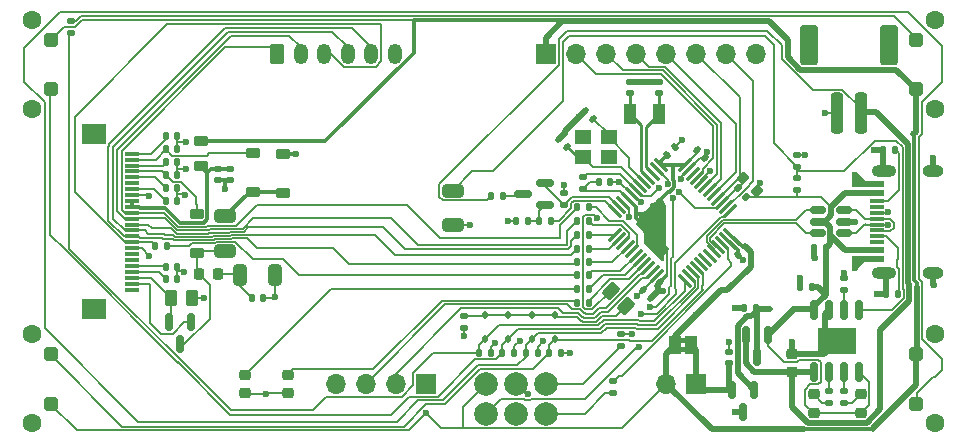
<source format=gbr>
%TF.GenerationSoftware,KiCad,Pcbnew,7.0.8*%
%TF.CreationDate,2023-11-13T19:56:10+01:00*%
%TF.ProjectId,USB E-Paper thing,55534220-452d-4506-9170-657220746869,rev?*%
%TF.SameCoordinates,Original*%
%TF.FileFunction,Copper,L1,Top*%
%TF.FilePolarity,Positive*%
%FSLAX46Y46*%
G04 Gerber Fmt 4.6, Leading zero omitted, Abs format (unit mm)*
G04 Created by KiCad (PCBNEW 7.0.8) date 2023-11-13 19:56:10*
%MOMM*%
%LPD*%
G01*
G04 APERTURE LIST*
G04 Aperture macros list*
%AMRoundRect*
0 Rectangle with rounded corners*
0 $1 Rounding radius*
0 $2 $3 $4 $5 $6 $7 $8 $9 X,Y pos of 4 corners*
0 Add a 4 corners polygon primitive as box body*
4,1,4,$2,$3,$4,$5,$6,$7,$8,$9,$2,$3,0*
0 Add four circle primitives for the rounded corners*
1,1,$1+$1,$2,$3*
1,1,$1+$1,$4,$5*
1,1,$1+$1,$6,$7*
1,1,$1+$1,$8,$9*
0 Add four rect primitives between the rounded corners*
20,1,$1+$1,$2,$3,$4,$5,0*
20,1,$1+$1,$4,$5,$6,$7,0*
20,1,$1+$1,$6,$7,$8,$9,0*
20,1,$1+$1,$8,$9,$2,$3,0*%
G04 Aperture macros list end*
%TA.AperFunction,SMDPad,CuDef*%
%ADD10RoundRect,0.200000X-0.335876X-0.053033X-0.053033X-0.335876X0.335876X0.053033X0.053033X0.335876X0*%
%TD*%
%TA.AperFunction,SMDPad,CuDef*%
%ADD11RoundRect,0.135000X0.135000X0.185000X-0.135000X0.185000X-0.135000X-0.185000X0.135000X-0.185000X0*%
%TD*%
%TA.AperFunction,SMDPad,CuDef*%
%ADD12RoundRect,0.135000X-0.135000X-0.185000X0.135000X-0.185000X0.135000X0.185000X-0.135000X0.185000X0*%
%TD*%
%TA.AperFunction,ComponentPad*%
%ADD13C,1.600000*%
%TD*%
%TA.AperFunction,SMDPad,CuDef*%
%ADD14RoundRect,0.300000X-0.300000X-0.300000X0.300000X-0.300000X0.300000X0.300000X-0.300000X0.300000X0*%
%TD*%
%TA.AperFunction,SMDPad,CuDef*%
%ADD15RoundRect,0.300000X0.300000X0.300000X-0.300000X0.300000X-0.300000X-0.300000X0.300000X-0.300000X0*%
%TD*%
%TA.AperFunction,SMDPad,CuDef*%
%ADD16RoundRect,0.140000X-0.219203X-0.021213X-0.021213X-0.219203X0.219203X0.021213X0.021213X0.219203X0*%
%TD*%
%TA.AperFunction,SMDPad,CuDef*%
%ADD17RoundRect,0.140000X-0.140000X-0.170000X0.140000X-0.170000X0.140000X0.170000X-0.140000X0.170000X0*%
%TD*%
%TA.AperFunction,SMDPad,CuDef*%
%ADD18RoundRect,0.250000X0.650000X-0.325000X0.650000X0.325000X-0.650000X0.325000X-0.650000X-0.325000X0*%
%TD*%
%TA.AperFunction,SMDPad,CuDef*%
%ADD19RoundRect,0.225000X0.375000X-0.225000X0.375000X0.225000X-0.375000X0.225000X-0.375000X-0.225000X0*%
%TD*%
%TA.AperFunction,SMDPad,CuDef*%
%ADD20RoundRect,0.140000X0.219203X0.021213X0.021213X0.219203X-0.219203X-0.021213X-0.021213X-0.219203X0*%
%TD*%
%TA.AperFunction,SMDPad,CuDef*%
%ADD21RoundRect,0.075000X-0.521491X0.415425X0.415425X-0.521491X0.521491X-0.415425X-0.415425X0.521491X0*%
%TD*%
%TA.AperFunction,SMDPad,CuDef*%
%ADD22RoundRect,0.075000X-0.521491X-0.415425X-0.415425X-0.521491X0.521491X0.415425X0.415425X0.521491X0*%
%TD*%
%TA.AperFunction,SMDPad,CuDef*%
%ADD23RoundRect,0.140000X-0.170000X0.140000X-0.170000X-0.140000X0.170000X-0.140000X0.170000X0.140000X0*%
%TD*%
%TA.AperFunction,SMDPad,CuDef*%
%ADD24C,2.000000*%
%TD*%
%TA.AperFunction,SMDPad,CuDef*%
%ADD25R,1.000000X1.800000*%
%TD*%
%TA.AperFunction,SMDPad,CuDef*%
%ADD26RoundRect,0.150000X-0.150000X0.675000X-0.150000X-0.675000X0.150000X-0.675000X0.150000X0.675000X0*%
%TD*%
%TA.AperFunction,HeatsinkPad*%
%ADD27C,0.800000*%
%TD*%
%TA.AperFunction,SMDPad,CuDef*%
%ADD28R,3.292000X2.313000*%
%TD*%
%TA.AperFunction,SMDPad,CuDef*%
%ADD29RoundRect,0.218750X-0.256250X0.218750X-0.256250X-0.218750X0.256250X-0.218750X0.256250X0.218750X0*%
%TD*%
%TA.AperFunction,SMDPad,CuDef*%
%ADD30RoundRect,0.150000X0.587500X0.150000X-0.587500X0.150000X-0.587500X-0.150000X0.587500X-0.150000X0*%
%TD*%
%TA.AperFunction,SMDPad,CuDef*%
%ADD31RoundRect,0.135000X0.226274X0.035355X0.035355X0.226274X-0.226274X-0.035355X-0.035355X-0.226274X0*%
%TD*%
%TA.AperFunction,SMDPad,CuDef*%
%ADD32RoundRect,0.150000X-0.150000X0.587500X-0.150000X-0.587500X0.150000X-0.587500X0.150000X0.587500X0*%
%TD*%
%TA.AperFunction,SMDPad,CuDef*%
%ADD33RoundRect,0.112500X-0.112500X0.187500X-0.112500X-0.187500X0.112500X-0.187500X0.112500X0.187500X0*%
%TD*%
%TA.AperFunction,SMDPad,CuDef*%
%ADD34RoundRect,0.140000X0.170000X-0.140000X0.170000X0.140000X-0.170000X0.140000X-0.170000X-0.140000X0*%
%TD*%
%TA.AperFunction,SMDPad,CuDef*%
%ADD35RoundRect,0.250000X0.262500X0.450000X-0.262500X0.450000X-0.262500X-0.450000X0.262500X-0.450000X0*%
%TD*%
%TA.AperFunction,SMDPad,CuDef*%
%ADD36RoundRect,0.135000X0.185000X-0.135000X0.185000X0.135000X-0.185000X0.135000X-0.185000X-0.135000X0*%
%TD*%
%TA.AperFunction,ComponentPad*%
%ADD37R,1.700000X1.700000*%
%TD*%
%TA.AperFunction,ComponentPad*%
%ADD38O,1.700000X1.700000*%
%TD*%
%TA.AperFunction,SMDPad,CuDef*%
%ADD39RoundRect,0.140000X0.140000X0.170000X-0.140000X0.170000X-0.140000X-0.170000X0.140000X-0.170000X0*%
%TD*%
%TA.AperFunction,SMDPad,CuDef*%
%ADD40R,1.000000X1.500000*%
%TD*%
%TA.AperFunction,SMDPad,CuDef*%
%ADD41RoundRect,0.140000X0.021213X-0.219203X0.219203X-0.021213X-0.021213X0.219203X-0.219203X0.021213X0*%
%TD*%
%TA.AperFunction,SMDPad,CuDef*%
%ADD42RoundRect,0.135000X-0.185000X0.135000X-0.185000X-0.135000X0.185000X-0.135000X0.185000X0.135000X0*%
%TD*%
%TA.AperFunction,SMDPad,CuDef*%
%ADD43RoundRect,0.225000X0.250000X-0.225000X0.250000X0.225000X-0.250000X0.225000X-0.250000X-0.225000X0*%
%TD*%
%TA.AperFunction,SMDPad,CuDef*%
%ADD44R,1.240000X0.600000*%
%TD*%
%TA.AperFunction,SMDPad,CuDef*%
%ADD45R,1.240000X0.300000*%
%TD*%
%TA.AperFunction,ComponentPad*%
%ADD46O,2.100000X1.000000*%
%TD*%
%TA.AperFunction,ComponentPad*%
%ADD47O,1.800000X1.000000*%
%TD*%
%TA.AperFunction,ComponentPad*%
%ADD48RoundRect,0.250000X-0.350000X-0.625000X0.350000X-0.625000X0.350000X0.625000X-0.350000X0.625000X0*%
%TD*%
%TA.AperFunction,ComponentPad*%
%ADD49O,1.200000X1.750000*%
%TD*%
%TA.AperFunction,SMDPad,CuDef*%
%ADD50RoundRect,0.250000X-0.503814X-0.132583X-0.132583X-0.503814X0.503814X0.132583X0.132583X0.503814X0*%
%TD*%
%TA.AperFunction,SMDPad,CuDef*%
%ADD51RoundRect,0.218750X-0.218750X-0.256250X0.218750X-0.256250X0.218750X0.256250X-0.218750X0.256250X0*%
%TD*%
%TA.AperFunction,SMDPad,CuDef*%
%ADD52RoundRect,0.225000X-0.375000X0.225000X-0.375000X-0.225000X0.375000X-0.225000X0.375000X0.225000X0*%
%TD*%
%TA.AperFunction,SMDPad,CuDef*%
%ADD53RoundRect,0.150000X0.512500X0.150000X-0.512500X0.150000X-0.512500X-0.150000X0.512500X-0.150000X0*%
%TD*%
%TA.AperFunction,SMDPad,CuDef*%
%ADD54RoundRect,0.218750X0.256250X-0.218750X0.256250X0.218750X-0.256250X0.218750X-0.256250X-0.218750X0*%
%TD*%
%TA.AperFunction,SMDPad,CuDef*%
%ADD55RoundRect,0.140000X-0.021213X0.219203X-0.219203X0.021213X0.021213X-0.219203X0.219203X-0.021213X0*%
%TD*%
%TA.AperFunction,SMDPad,CuDef*%
%ADD56R,2.000000X1.800000*%
%TD*%
%TA.AperFunction,SMDPad,CuDef*%
%ADD57R,1.200000X0.300000*%
%TD*%
%TA.AperFunction,SMDPad,CuDef*%
%ADD58RoundRect,0.218750X0.381250X-0.218750X0.381250X0.218750X-0.381250X0.218750X-0.381250X-0.218750X0*%
%TD*%
%TA.AperFunction,SMDPad,CuDef*%
%ADD59RoundRect,0.250000X0.250000X1.500000X-0.250000X1.500000X-0.250000X-1.500000X0.250000X-1.500000X0*%
%TD*%
%TA.AperFunction,SMDPad,CuDef*%
%ADD60RoundRect,0.250001X0.499999X1.449999X-0.499999X1.449999X-0.499999X-1.449999X0.499999X-1.449999X0*%
%TD*%
%TA.AperFunction,SMDPad,CuDef*%
%ADD61RoundRect,0.250000X-0.325000X-0.650000X0.325000X-0.650000X0.325000X0.650000X-0.325000X0.650000X0*%
%TD*%
%TA.AperFunction,SMDPad,CuDef*%
%ADD62RoundRect,0.112500X-0.187500X-0.112500X0.187500X-0.112500X0.187500X0.112500X-0.187500X0.112500X0*%
%TD*%
%TA.AperFunction,SMDPad,CuDef*%
%ADD63R,1.400000X1.200000*%
%TD*%
%TA.AperFunction,ViaPad*%
%ADD64C,0.600000*%
%TD*%
%TA.AperFunction,Conductor*%
%ADD65C,0.200000*%
%TD*%
%TA.AperFunction,Conductor*%
%ADD66C,0.300000*%
%TD*%
%TA.AperFunction,Conductor*%
%ADD67C,0.500000*%
%TD*%
%TA.AperFunction,Conductor*%
%ADD68C,0.250000*%
%TD*%
%TA.AperFunction,Conductor*%
%ADD69C,0.127000*%
%TD*%
G04 APERTURE END LIST*
%TA.AperFunction,EtchedComponent*%
%TO.C,JP1*%
G36*
X56620000Y7310000D02*
G01*
X56120000Y7310000D01*
X56120000Y7710000D01*
X56620000Y7710000D01*
X56620000Y7310000D01*
G37*
%TD.AperFunction*%
%TA.AperFunction,EtchedComponent*%
G36*
X56620000Y8110000D02*
G01*
X56120000Y8110000D01*
X56120000Y8510000D01*
X56620000Y8510000D01*
X56620000Y8110000D01*
G37*
%TD.AperFunction*%
%TD*%
D10*
%TO.P,R14,1*%
%TO.N,/VBUS_PRESENT*%
X61496637Y22073363D03*
%TO.P,R14,2*%
%TO.N,GND*%
X62663363Y20906637D03*
%TD*%
D11*
%TO.P,R24,1*%
%TO.N,Net-(U1-PA5)*%
X48420000Y18400000D03*
%TO.P,R24,2*%
%TO.N,/SCLK*%
X47400000Y18400000D03*
%TD*%
%TO.P,R26,1*%
%TO.N,Net-(U1-PA7)*%
X48420000Y19570000D03*
%TO.P,R26,2*%
%TO.N,/MOSI*%
X47400000Y19570000D03*
%TD*%
D12*
%TO.P,R11,1*%
%TO.N,Net-(Q1-G)*%
X44200000Y18425000D03*
%TO.P,R11,2*%
%TO.N,/VBAT_MEAS_EN*%
X45220000Y18425000D03*
%TD*%
D13*
%TO.P,SW3,*%
%TO.N,*%
X77700000Y35400000D03*
X77700000Y27900000D03*
D14*
%TO.P,SW3,1,1*%
%TO.N,+3V0*%
X76100000Y29550000D03*
D15*
%TO.P,SW3,2,2*%
%TO.N,Net-(R29-Pad2)*%
X76100000Y33750000D03*
%TD*%
D12*
%TO.P,R3,1*%
%TO.N,/BUTTON1*%
X45050000Y7230000D03*
%TO.P,R3,2*%
%TO.N,GND*%
X46070000Y7230000D03*
%TD*%
D11*
%TO.P,R15,1*%
%TO.N,/Power/CC1*%
X74570000Y12200000D03*
%TO.P,R15,2*%
%TO.N,GND*%
X73550000Y12200000D03*
%TD*%
D16*
%TO.P,C5,1*%
%TO.N,+3V0*%
X57560589Y24399411D03*
%TO.P,C5,2*%
%TO.N,GND*%
X58239411Y23720589D03*
%TD*%
D17*
%TO.P,C16,1*%
%TO.N,/E-Ink display/VDD*%
X12600000Y20100000D03*
%TO.P,C16,2*%
%TO.N,GND*%
X13560000Y20100000D03*
%TD*%
%TO.P,C6,1*%
%TO.N,+3V0*%
X49250000Y21690000D03*
%TO.P,C6,2*%
%TO.N,GND*%
X50210000Y21690000D03*
%TD*%
D18*
%TO.P,TH1,1*%
%TO.N,GND*%
X36880000Y18035000D03*
%TO.P,TH1,2*%
%TO.N,Net-(U3-TEMP)*%
X36880000Y20985000D03*
%TD*%
D19*
%TO.P,D11,1,K*%
%TO.N,Net-(D10-A)*%
X19960000Y20835000D03*
%TO.P,D11,2,A*%
%TO.N,/E-Ink display/PREVGL*%
X19960000Y24135000D03*
%TD*%
D20*
%TO.P,C2,1*%
%TO.N,Net-(U1-PH1)*%
X46590000Y24660000D03*
%TO.P,C2,2*%
%TO.N,GND*%
X45911178Y25338822D03*
%TD*%
D21*
%TO.P,U1,1,VLCD*%
%TO.N,+3V0*%
X54511212Y23127876D03*
%TO.P,U1,2,PC13*%
%TO.N,/VBUS_PRESENT*%
X54157658Y22774322D03*
%TO.P,U1,3,PC14*%
%TO.N,Net-(U1-PC14)*%
X53804105Y22420769D03*
%TO.P,U1,4,PC15*%
%TO.N,Net-(U1-PC15)*%
X53450551Y22067215D03*
%TO.P,U1,5,PH0*%
%TO.N,Net-(U1-PH0)*%
X53096998Y21713662D03*
%TO.P,U1,6,PH1*%
%TO.N,Net-(U1-PH1)*%
X52743445Y21360109D03*
%TO.P,U1,7,NRST*%
%TO.N,/NRST*%
X52389891Y21006555D03*
%TO.P,U1,8,VSSA*%
%TO.N,GND*%
X52036338Y20653002D03*
%TO.P,U1,9,VDDA*%
%TO.N,+3V0*%
X51682785Y20299449D03*
%TO.P,U1,10,PA0*%
%TO.N,/WAKEUP*%
X51329231Y19945895D03*
%TO.P,U1,11,PA1*%
%TO.N,/VBAT_MEAS*%
X50975678Y19592342D03*
%TO.P,U1,12,PA2*%
%TO.N,/VBAT_MEAS_EN*%
X50622124Y19238788D03*
D22*
%TO.P,U1,13,PA3*%
%TO.N,Net-(U1-PA3)*%
X50622124Y17241212D03*
%TO.P,U1,14,PA4*%
%TO.N,Net-(U1-PA4)*%
X50975678Y16887658D03*
%TO.P,U1,15,PA5*%
%TO.N,Net-(U1-PA5)*%
X51329231Y16534105D03*
%TO.P,U1,16,PA6*%
%TO.N,Net-(U1-PA6)*%
X51682785Y16180551D03*
%TO.P,U1,17,PA7*%
%TO.N,Net-(U1-PA7)*%
X52036338Y15826998D03*
%TO.P,U1,18,PB0*%
%TO.N,Net-(U1-PB0)*%
X52389891Y15473445D03*
%TO.P,U1,19,PB1*%
%TO.N,/LED0*%
X52743445Y15119891D03*
%TO.P,U1,20,PB2*%
%TO.N,/LED1*%
X53096998Y14766338D03*
%TO.P,U1,21,PB10*%
%TO.N,/SERIAL_TX*%
X53450551Y14412785D03*
%TO.P,U1,22,PB11*%
%TO.N,/SERIAL_RX*%
X53804105Y14059231D03*
%TO.P,U1,23,VSS*%
%TO.N,GND*%
X54157658Y13705678D03*
%TO.P,U1,24,VDD*%
%TO.N,+3V0*%
X54511212Y13352124D03*
D21*
%TO.P,U1,25,PB12*%
%TO.N,/BUTTON2*%
X56508788Y13352124D03*
%TO.P,U1,26,PB13*%
%TO.N,/BUTTON0*%
X56862342Y13705678D03*
%TO.P,U1,27,PB14*%
%TO.N,/BUTTON3*%
X57215895Y14059231D03*
%TO.P,U1,28,PB15*%
%TO.N,/BUTTON1*%
X57569449Y14412785D03*
%TO.P,U1,29,PA8*%
%TO.N,unconnected-(U1-PA8-Pad29)*%
X57923002Y14766338D03*
%TO.P,U1,30,PA9*%
%TO.N,unconnected-(U1-PA9-Pad30)*%
X58276555Y15119891D03*
%TO.P,U1,31,PA10*%
%TO.N,unconnected-(U1-PA10-Pad31)*%
X58630109Y15473445D03*
%TO.P,U1,32,PA11*%
%TO.N,/USB_D-*%
X58983662Y15826998D03*
%TO.P,U1,33,PA12*%
%TO.N,/USB_D+*%
X59337215Y16180551D03*
%TO.P,U1,34,PA13*%
%TO.N,Net-(U1-PA13)*%
X59690769Y16534105D03*
%TO.P,U1,35,VSS*%
%TO.N,GND*%
X60044322Y16887658D03*
%TO.P,U1,36,VDD*%
%TO.N,+3V0*%
X60397876Y17241212D03*
D22*
%TO.P,U1,37,PA14*%
%TO.N,Net-(U1-PA14)*%
X60397876Y19238788D03*
%TO.P,U1,38,PA15*%
%TO.N,/PA15*%
X60044322Y19592342D03*
%TO.P,U1,39,PB3*%
%TO.N,/VBUS_PRESENT*%
X59690769Y19945895D03*
%TO.P,U1,40,PB4*%
%TO.N,/PB4*%
X59337215Y20299449D03*
%TO.P,U1,41,PB5*%
%TO.N,/PB5*%
X58983662Y20653002D03*
%TO.P,U1,42,PB6*%
%TO.N,/PB6*%
X58630109Y21006555D03*
%TO.P,U1,43,PB7*%
%TO.N,/PB7*%
X58276555Y21360109D03*
%TO.P,U1,44,BOOT0*%
%TO.N,GND*%
X57923002Y21713662D03*
%TO.P,U1,45,PB8*%
%TO.N,/PB8*%
X57569449Y22067215D03*
%TO.P,U1,46,PB9*%
%TO.N,unconnected-(U1-PB9-Pad46)*%
X57215895Y22420769D03*
%TO.P,U1,47,VSS*%
%TO.N,GND*%
X56862342Y22774322D03*
%TO.P,U1,48,VDD*%
%TO.N,+3V0*%
X56508788Y23127876D03*
%TD*%
D23*
%TO.P,C25,1*%
%TO.N,/E-Ink display/VCC*%
X18040000Y22810000D03*
%TO.P,C25,2*%
%TO.N,GND*%
X18040000Y21850000D03*
%TD*%
D24*
%TO.P,J5,1,Pin_1*%
%TO.N,+3V0*%
X39700000Y4620000D03*
%TO.P,J5,2,Pin_2*%
%TO.N,GND*%
X42240000Y4620000D03*
%TO.P,J5,3,Pin_3*%
%TO.N,/SWDCLK*%
X44780000Y4620000D03*
%TO.P,J5,4,Pin_4*%
%TO.N,/SWDIO*%
X44780000Y2080000D03*
%TO.P,J5,5,Pin_5*%
%TO.N,unconnected-(J5-Pin_5-Pad5)*%
X42240000Y2080000D03*
%TO.P,J5,6,Pin_6*%
%TO.N,/NRST*%
X39700000Y2080000D03*
%TD*%
D25*
%TO.P,Y2,1,1*%
%TO.N,Net-(U1-PC15)*%
X51849411Y27500589D03*
%TO.P,Y2,2,2*%
%TO.N,Net-(U1-PC14)*%
X54349411Y27500589D03*
%TD*%
D20*
%TO.P,C7,1*%
%TO.N,+3V0*%
X53709411Y11910589D03*
%TO.P,C7,2*%
%TO.N,GND*%
X53030589Y12589411D03*
%TD*%
D26*
%TO.P,U3,1,TEMP*%
%TO.N,Net-(U3-TEMP)*%
X71315000Y10865000D03*
%TO.P,U3,2,PROG*%
%TO.N,Net-(U3-PROG)*%
X70045000Y10865000D03*
%TO.P,U3,3,GND*%
%TO.N,GND*%
X68775000Y10865000D03*
%TO.P,U3,4,VCC*%
%TO.N,/VBUS*%
X67505000Y10865000D03*
%TO.P,U3,5,BAT*%
%TO.N,+BATT*%
X67505000Y5615000D03*
%TO.P,U3,6,~{STDBY}*%
%TO.N,Net-(U3-~{STDBY})*%
X68775000Y5615000D03*
%TO.P,U3,7,~{CHRG}*%
%TO.N,Net-(U3-~{CHRG})*%
X70045000Y5615000D03*
%TO.P,U3,8,CE*%
%TO.N,/VBUS*%
X71315000Y5615000D03*
D27*
%TO.P,U3,9,THERMAL*%
%TO.N,GND*%
X70410000Y8740000D03*
X69410000Y8740000D03*
X68410000Y8740000D03*
D28*
X69410000Y8240000D03*
D27*
X70410000Y7740000D03*
X69410000Y7740000D03*
X68410000Y7740000D03*
%TD*%
D29*
%TO.P,D8,1,K*%
%TO.N,Net-(D8-K)*%
X71450000Y3737500D03*
%TO.P,D8,2,A*%
%TO.N,/VBUS*%
X71450000Y2162500D03*
%TD*%
D30*
%TO.P,Q1,1,G*%
%TO.N,Net-(Q1-G)*%
X44710000Y19750000D03*
%TO.P,Q1,2,S*%
%TO.N,/VBAT_MEAS*%
X44710000Y21650000D03*
%TO.P,Q1,3,D*%
%TO.N,Net-(Q1-D)*%
X42835000Y20700000D03*
%TD*%
D13*
%TO.P,SW4,*%
%TO.N,*%
X77700000Y8800000D03*
X77700000Y1300000D03*
D14*
%TO.P,SW4,1,1*%
%TO.N,/BUTTON3*%
X76100000Y2950000D03*
D15*
%TO.P,SW4,2,2*%
%TO.N,+3V0*%
X76100000Y7150000D03*
%TD*%
D31*
%TO.P,R13,1*%
%TO.N,/VBUS*%
X61740624Y20449376D03*
%TO.P,R13,2*%
%TO.N,/VBUS_PRESENT*%
X61019376Y21170624D03*
%TD*%
D32*
%TO.P,U4,1,IN*%
%TO.N,Net-(D9-K)*%
X62400000Y4107500D03*
%TO.P,U4,2,OUT*%
%TO.N,Net-(J8-Pin_1)*%
X60500000Y4107500D03*
%TO.P,U4,3,GND*%
%TO.N,GND*%
X61450000Y2232500D03*
%TD*%
D33*
%TO.P,D6,1,K*%
%TO.N,Net-(D1-K)*%
X43570000Y10480000D03*
%TO.P,D6,2,A*%
%TO.N,/BUTTON3*%
X43570000Y8380000D03*
%TD*%
D34*
%TO.P,C12,1*%
%TO.N,Net-(J8-Pin_1)*%
X60280000Y6360000D03*
%TO.P,C12,2*%
%TO.N,GND*%
X60280000Y7320000D03*
%TD*%
D11*
%TO.P,R27,1*%
%TO.N,Net-(U1-PA4)*%
X48420000Y16060000D03*
%TO.P,R27,2*%
%TO.N,/D{slash}~{C}*%
X47400000Y16060000D03*
%TD*%
%TO.P,R5,1*%
%TO.N,/LED0*%
X48420000Y12620000D03*
%TO.P,R5,2*%
%TO.N,Net-(D4-A)*%
X47400000Y12620000D03*
%TD*%
D34*
%TO.P,C4,1*%
%TO.N,Net-(U1-PC15)*%
X51849411Y29240000D03*
%TO.P,C4,2*%
%TO.N,GND*%
X51849411Y30200000D03*
%TD*%
D35*
%TO.P,R23,1*%
%TO.N,GND*%
X14825000Y11900000D03*
%TO.P,R23,2*%
%TO.N,/E-Ink display/RESE*%
X13000000Y11900000D03*
%TD*%
D36*
%TO.P,R17,1*%
%TO.N,Net-(D7-K)*%
X68770000Y3000000D03*
%TO.P,R17,2*%
%TO.N,Net-(U3-~{STDBY})*%
X68770000Y4020000D03*
%TD*%
%TO.P,R29,1*%
%TO.N,/BUTTON2*%
X4540000Y34320000D03*
%TO.P,R29,2*%
%TO.N,Net-(R29-Pad2)*%
X4540000Y35340000D03*
%TD*%
D37*
%TO.P,J3,1,Pin_1*%
%TO.N,+3V0*%
X44780000Y32560000D03*
D38*
%TO.P,J3,2,Pin_2*%
%TO.N,/PB8*%
X47320000Y32560000D03*
%TO.P,J3,3,Pin_3*%
%TO.N,/PB7*%
X49860000Y32560000D03*
%TO.P,J3,4,Pin_4*%
%TO.N,/PB6*%
X52400000Y32560000D03*
%TO.P,J3,5,Pin_5*%
%TO.N,/PB5*%
X54940000Y32560000D03*
%TO.P,J3,6,Pin_6*%
%TO.N,/PB4*%
X57480000Y32560000D03*
%TO.P,J3,7,Pin_7*%
%TO.N,/PA15*%
X60020000Y32560000D03*
%TO.P,J3,8,Pin_8*%
%TO.N,GND*%
X62560000Y32560000D03*
%TD*%
D12*
%TO.P,R6,1*%
%TO.N,/BUTTON2*%
X39080000Y7230000D03*
%TO.P,R6,2*%
%TO.N,GND*%
X40100000Y7230000D03*
%TD*%
D23*
%TO.P,C24,1*%
%TO.N,/E-Ink display/VCC*%
X17000000Y22810000D03*
%TO.P,C24,2*%
%TO.N,GND*%
X17000000Y21850000D03*
%TD*%
D34*
%TO.P,C3,1*%
%TO.N,Net-(U1-PC14)*%
X54349411Y29240000D03*
%TO.P,C3,2*%
%TO.N,GND*%
X54349411Y30200000D03*
%TD*%
D12*
%TO.P,R28,1*%
%TO.N,/BUSY_DBG*%
X11690000Y16300000D03*
%TO.P,R28,2*%
%TO.N,/BUSY*%
X12710000Y16300000D03*
%TD*%
D39*
%TO.P,C11,1*%
%TO.N,Net-(D9-K)*%
X62520000Y11010000D03*
%TO.P,C11,2*%
%TO.N,GND*%
X61560000Y11010000D03*
%TD*%
D13*
%TO.P,SW1,*%
%TO.N,*%
X1300000Y27900000D03*
X1300000Y35400000D03*
D15*
%TO.P,SW1,1,1*%
%TO.N,+3V0*%
X2900000Y33750000D03*
D14*
%TO.P,SW1,2,2*%
%TO.N,/BUTTON0*%
X2900000Y29550000D03*
%TD*%
D17*
%TO.P,C20,1*%
%TO.N,/E-Ink display/VGL*%
X12600000Y13500000D03*
%TO.P,C20,2*%
%TO.N,GND*%
X13560000Y13500000D03*
%TD*%
D11*
%TO.P,R16,1*%
%TO.N,/Power/CC2*%
X74360000Y24430000D03*
%TO.P,R16,2*%
%TO.N,GND*%
X73340000Y24430000D03*
%TD*%
D40*
%TO.P,JP1,1,A*%
%TO.N,Net-(J8-Pin_1)*%
X57020000Y7910000D03*
%TO.P,JP1,2,B*%
%TO.N,+3V0*%
X55720000Y7910000D03*
%TD*%
D36*
%TO.P,R12,1*%
%TO.N,+3V0*%
X47930000Y21150000D03*
%TO.P,R12,2*%
%TO.N,/NRST*%
X47930000Y22170000D03*
%TD*%
D41*
%TO.P,C26,1*%
%TO.N,+3V0*%
X55030000Y23980000D03*
%TO.P,C26,2*%
%TO.N,GND*%
X55708822Y24658822D03*
%TD*%
D17*
%TO.P,C15,1*%
%TO.N,/E-Ink display/VSH*%
X12600000Y21194000D03*
%TO.P,C15,2*%
%TO.N,GND*%
X13560000Y21194000D03*
%TD*%
D11*
%TO.P,R25,1*%
%TO.N,Net-(U1-PA6)*%
X48420000Y14890000D03*
%TO.P,R25,2*%
%TO.N,/~{RES}*%
X47400000Y14890000D03*
%TD*%
D13*
%TO.P,SW2,*%
%TO.N,*%
X1300000Y1300000D03*
X1300000Y8800000D03*
D15*
%TO.P,SW2,1,1*%
%TO.N,/BUTTON1*%
X2900000Y7150000D03*
D14*
%TO.P,SW2,2,2*%
%TO.N,+3V0*%
X2900000Y2950000D03*
%TD*%
D36*
%TO.P,R20,1*%
%TO.N,/VBUS*%
X66060000Y21040000D03*
%TO.P,R20,2*%
%TO.N,Net-(U3-TEMP)*%
X66060000Y22060000D03*
%TD*%
D12*
%TO.P,R10,1*%
%TO.N,GND*%
X42225000Y18425000D03*
%TO.P,R10,2*%
%TO.N,Net-(Q1-G)*%
X43245000Y18425000D03*
%TD*%
D11*
%TO.P,R22,1*%
%TO.N,/VBUS*%
X67310000Y12820000D03*
%TO.P,R22,2*%
%TO.N,GND*%
X66290000Y12820000D03*
%TD*%
D12*
%TO.P,R7,1*%
%TO.N,+BATT*%
X40150000Y20530000D03*
%TO.P,R7,2*%
%TO.N,Net-(Q1-D)*%
X41170000Y20530000D03*
%TD*%
D18*
%TO.P,C21,1*%
%TO.N,Net-(D12-A)*%
X17640000Y15840000D03*
%TO.P,C21,2*%
%TO.N,Net-(D10-A)*%
X17640000Y18790000D03*
%TD*%
D42*
%TO.P,R32,1*%
%TO.N,Net-(U1-PA13)*%
X50470000Y4840000D03*
%TO.P,R32,2*%
%TO.N,/SWDIO*%
X50470000Y3820000D03*
%TD*%
%TO.P,R33,1*%
%TO.N,Net-(U1-PA14)*%
X51130000Y8850000D03*
%TO.P,R33,2*%
%TO.N,/SWDCLK*%
X51130000Y7830000D03*
%TD*%
D29*
%TO.P,D7,1,K*%
%TO.N,Net-(D7-K)*%
X67430000Y3717500D03*
%TO.P,D7,2,A*%
%TO.N,/VBUS*%
X67430000Y2142500D03*
%TD*%
D43*
%TO.P,C10,1*%
%TO.N,+BATT*%
X65570000Y5610000D03*
%TO.P,C10,2*%
%TO.N,GND*%
X65570000Y7160000D03*
%TD*%
D44*
%TO.P,J6,A1,GND*%
%TO.N,GND*%
X72765000Y15150000D03*
%TO.P,J6,A4,VBUS*%
%TO.N,/VBUS*%
X72765000Y15950000D03*
D45*
%TO.P,J6,A5,CC1*%
%TO.N,/Power/CC1*%
X72765000Y17100000D03*
%TO.P,J6,A6,D+*%
%TO.N,/Power/USB_IN_D+*%
X72765000Y18100000D03*
%TO.P,J6,A7,D-*%
%TO.N,/Power/USB_IN_D-*%
X72765000Y18600000D03*
%TO.P,J6,A8,SBU1*%
%TO.N,unconnected-(J6-SBU1-PadA8)*%
X72765000Y19600000D03*
D44*
%TO.P,J6,A9,VBUS*%
%TO.N,/VBUS*%
X72765000Y20750000D03*
%TO.P,J6,A12,GND*%
%TO.N,GND*%
X72765000Y21550000D03*
%TO.P,J6,B1,GND*%
X72765000Y21550000D03*
%TO.P,J6,B4,VBUS*%
%TO.N,/VBUS*%
X72765000Y20750000D03*
D45*
%TO.P,J6,B5,CC2*%
%TO.N,/Power/CC2*%
X72765000Y20100000D03*
%TO.P,J6,B6,D+*%
%TO.N,/Power/USB_IN_D+*%
X72765000Y19100000D03*
%TO.P,J6,B7,D-*%
%TO.N,/Power/USB_IN_D-*%
X72765000Y17600000D03*
%TO.P,J6,B8,SBU2*%
%TO.N,unconnected-(J6-SBU2-PadB8)*%
X72765000Y16600000D03*
D44*
%TO.P,J6,B9,VBUS*%
%TO.N,/VBUS*%
X72765000Y15950000D03*
%TO.P,J6,B12,GND*%
%TO.N,GND*%
X72765000Y15150000D03*
D46*
%TO.P,J6,S1,SHIELD*%
X73365000Y14030000D03*
D47*
X77565000Y14030000D03*
D46*
X73365000Y22670000D03*
D47*
X77565000Y22670000D03*
%TD*%
D12*
%TO.P,R1,1*%
%TO.N,/BUTTON0*%
X41070000Y7230000D03*
%TO.P,R1,2*%
%TO.N,GND*%
X42090000Y7230000D03*
%TD*%
D17*
%TO.P,C13,1*%
%TO.N,/E-Ink display/VCOM*%
X12590000Y25570000D03*
%TO.P,C13,2*%
%TO.N,GND*%
X13550000Y25570000D03*
%TD*%
D11*
%TO.P,R2,1*%
%TO.N,/LED1*%
X48400000Y11470000D03*
%TO.P,R2,2*%
%TO.N,Net-(D2-A)*%
X47380000Y11470000D03*
%TD*%
D32*
%TO.P,Q3,1,G*%
%TO.N,/E-Ink display/GDR*%
X14750000Y9837500D03*
%TO.P,Q3,2,S*%
%TO.N,/E-Ink display/RESE*%
X12850000Y9837500D03*
%TO.P,Q3,3,D*%
%TO.N,Net-(D12-A)*%
X13800000Y7962500D03*
%TD*%
D33*
%TO.P,D1,1,K*%
%TO.N,Net-(D1-K)*%
X41580000Y10480000D03*
%TO.P,D1,2,A*%
%TO.N,/BUTTON0*%
X41580000Y8380000D03*
%TD*%
D36*
%TO.P,R21,1*%
%TO.N,Net-(U3-TEMP)*%
X66060000Y22980000D03*
%TO.P,R21,2*%
%TO.N,GND*%
X66060000Y24000000D03*
%TD*%
%TO.P,R18,1*%
%TO.N,Net-(D8-K)*%
X70050000Y2980000D03*
%TO.P,R18,2*%
%TO.N,Net-(U3-~{CHRG})*%
X70050000Y4000000D03*
%TD*%
D17*
%TO.P,C14,1*%
%TO.N,/E-Ink display/VSL*%
X12600000Y23382000D03*
%TO.P,C14,2*%
%TO.N,GND*%
X13560000Y23382000D03*
%TD*%
D48*
%TO.P,J9,1,Pin_1*%
%TO.N,/MOSI*%
X22000000Y32560000D03*
D49*
%TO.P,J9,2,Pin_2*%
%TO.N,/SCLK*%
X24000000Y32560000D03*
%TO.P,J9,3,Pin_3*%
%TO.N,/BUSY_DBG*%
X26000000Y32560000D03*
%TO.P,J9,4,Pin_4*%
%TO.N,/D{slash}~{C}*%
X28000000Y32560000D03*
%TO.P,J9,5,Pin_5*%
%TO.N,/~{RES}*%
X30000000Y32560000D03*
%TO.P,J9,6,Pin_6*%
%TO.N,GND*%
X32000000Y32560000D03*
%TD*%
D37*
%TO.P,J8,1,Pin_1*%
%TO.N,Net-(J8-Pin_1)*%
X57480000Y4620000D03*
D38*
%TO.P,J8,2,Pin_2*%
%TO.N,+3V0*%
X54940000Y4620000D03*
%TD*%
D50*
%TO.P,R30,1*%
%TO.N,/WAKEUP*%
X50284765Y12505235D03*
%TO.P,R30,2*%
%TO.N,Net-(D1-K)*%
X51575235Y11214765D03*
%TD*%
D51*
%TO.P,L1,1,1*%
%TO.N,Net-(D12-A)*%
X15412500Y13900000D03*
%TO.P,L1,2,2*%
%TO.N,/E-Ink display/VCI*%
X16987500Y13900000D03*
%TD*%
D33*
%TO.P,D5,1,K*%
%TO.N,Net-(D1-K)*%
X39590000Y10480000D03*
%TO.P,D5,2,A*%
%TO.N,/BUTTON2*%
X39590000Y8380000D03*
%TD*%
D36*
%TO.P,R19,1*%
%TO.N,Net-(U3-PROG)*%
X70040000Y12540000D03*
%TO.P,R19,2*%
%TO.N,GND*%
X70040000Y13560000D03*
%TD*%
D52*
%TO.P,D10,1,K*%
%TO.N,GND*%
X22470000Y24090000D03*
%TO.P,D10,2,A*%
%TO.N,Net-(D10-A)*%
X22470000Y20790000D03*
%TD*%
D17*
%TO.P,C19,1*%
%TO.N,/E-Ink display/PREVGL*%
X12600000Y24476000D03*
%TO.P,C19,2*%
%TO.N,GND*%
X13560000Y24476000D03*
%TD*%
D12*
%TO.P,R9,1*%
%TO.N,/BUTTON3*%
X43060000Y7230000D03*
%TO.P,R9,2*%
%TO.N,GND*%
X44080000Y7230000D03*
%TD*%
D53*
%TO.P,U2,1,I/O1*%
%TO.N,/Power/USB_IN_D+*%
X70040000Y17400000D03*
%TO.P,U2,2,GND*%
%TO.N,GND*%
X70040000Y18350000D03*
%TO.P,U2,3,I/O2*%
%TO.N,/Power/USB_IN_D-*%
X70040000Y19300000D03*
%TO.P,U2,4,I/O2*%
%TO.N,/USB_D-*%
X67765000Y19300000D03*
%TO.P,U2,5,VBUS*%
%TO.N,/VBUS*%
X67765000Y18350000D03*
%TO.P,U2,6,I/O1*%
%TO.N,/USB_D+*%
X67765000Y17400000D03*
%TD*%
D37*
%TO.P,J4,1,Pin_1*%
%TO.N,+3V0*%
X34620000Y4620000D03*
D38*
%TO.P,J4,2,Pin_2*%
%TO.N,/SERIAL_RX*%
X32080000Y4620000D03*
%TO.P,J4,3,Pin_3*%
%TO.N,/SERIAL_TX*%
X29540000Y4620000D03*
%TO.P,J4,4,Pin_4*%
%TO.N,GND*%
X27000000Y4620000D03*
%TD*%
D54*
%TO.P,D2,1,K*%
%TO.N,GND*%
X22895000Y3825000D03*
%TO.P,D2,2,A*%
%TO.N,Net-(D2-A)*%
X22895000Y5400000D03*
%TD*%
D55*
%TO.P,C8,1*%
%TO.N,+3V0*%
X61670000Y16210000D03*
%TO.P,C8,2*%
%TO.N,GND*%
X60991178Y15531178D03*
%TD*%
D20*
%TO.P,C1,1*%
%TO.N,Net-(U1-PH0)*%
X48790000Y27060000D03*
%TO.P,C1,2*%
%TO.N,GND*%
X48111178Y27738822D03*
%TD*%
D56*
%TO.P,DS1,*%
%TO.N,*%
X6550000Y25750000D03*
X6550000Y10950000D03*
D57*
%TO.P,DS1,1,NC*%
%TO.N,unconnected-(DS1-NC-Pad1)*%
X9700000Y12600000D03*
%TO.P,DS1,2,GDR*%
%TO.N,/E-Ink display/GDR*%
X9700000Y13100000D03*
%TO.P,DS1,3,RESE*%
%TO.N,/E-Ink display/RESE*%
X9700000Y13600000D03*
%TO.P,DS1,4,VGL*%
%TO.N,/E-Ink display/VGL*%
X9700000Y14100000D03*
%TO.P,DS1,5,VGH*%
%TO.N,/E-Ink display/VGH*%
X9700000Y14600000D03*
%TO.P,DS1,6,TSCL*%
%TO.N,/E-Ink display/TSCL*%
X9700000Y15100000D03*
%TO.P,DS1,7,TSDA*%
%TO.N,/E-Ink display/TSDA*%
X9700000Y15600000D03*
%TO.P,DS1,8,BS1*%
%TO.N,GND*%
X9700000Y16100000D03*
%TO.P,DS1,9,BUSY*%
%TO.N,/BUSY_DBG*%
X9700000Y16600000D03*
%TO.P,DS1,10,RES#*%
%TO.N,/~{RES}*%
X9700000Y17100000D03*
%TO.P,DS1,11,D/C#*%
%TO.N,/D{slash}~{C}*%
X9700000Y17600000D03*
%TO.P,DS1,12,CS#*%
%TO.N,/~{CS}*%
X9700000Y18100000D03*
%TO.P,DS1,13,D0*%
%TO.N,/SCLK*%
X9700000Y18600000D03*
%TO.P,DS1,14,D1*%
%TO.N,/MOSI*%
X9700000Y19100000D03*
%TO.P,DS1,15,VDDIO*%
%TO.N,/E-Ink display/VCC*%
X9700000Y19600000D03*
%TO.P,DS1,16,VCI*%
X9700000Y20100000D03*
%TO.P,DS1,17,VSS*%
%TO.N,GND*%
X9700000Y20600000D03*
%TO.P,DS1,18,VDD*%
%TO.N,/E-Ink display/VDD*%
X9700000Y21100000D03*
%TO.P,DS1,19,VPP*%
%TO.N,/E-Ink display/VPP*%
X9700000Y21600000D03*
%TO.P,DS1,20,VSH*%
%TO.N,/E-Ink display/VSH*%
X9700000Y22100000D03*
%TO.P,DS1,21,PREVGH*%
%TO.N,/E-Ink display/PREVGH*%
X9700000Y22600000D03*
%TO.P,DS1,22,VSL*%
%TO.N,/E-Ink display/VSL*%
X9700000Y23100000D03*
%TO.P,DS1,23,PREVGL*%
%TO.N,/E-Ink display/PREVGL*%
X9700000Y23600000D03*
%TO.P,DS1,24,VCOM*%
%TO.N,/E-Ink display/VCOM*%
X9700000Y24100000D03*
%TD*%
D58*
%TO.P,FB1,1*%
%TO.N,/E-Ink display/VCC*%
X15540000Y23025000D03*
%TO.P,FB1,2*%
%TO.N,+3V0*%
X15540000Y25150000D03*
%TD*%
D33*
%TO.P,D3,1,K*%
%TO.N,Net-(D1-K)*%
X45560000Y10480000D03*
%TO.P,D3,2,A*%
%TO.N,/BUTTON1*%
X45560000Y8380000D03*
%TD*%
D17*
%TO.P,C17,1*%
%TO.N,/E-Ink display/VCI*%
X19880000Y11900000D03*
%TO.P,C17,2*%
%TO.N,GND*%
X20840000Y11900000D03*
%TD*%
%TO.P,C18,1*%
%TO.N,/E-Ink display/VGH*%
X12600000Y14500000D03*
%TO.P,C18,2*%
%TO.N,GND*%
X13560000Y14500000D03*
%TD*%
D59*
%TO.P,BT1,1,+*%
%TO.N,+BATT*%
X71430000Y27550000D03*
%TO.P,BT1,2,-*%
%TO.N,GND*%
X69430000Y27550000D03*
D60*
%TO.P,BT1,MP*%
%TO.N,N/C*%
X73780000Y33300000D03*
X67080000Y33300000D03*
%TD*%
D52*
%TO.P,D12,1,K*%
%TO.N,/E-Ink display/PREVGH*%
X15220000Y18990000D03*
%TO.P,D12,2,A*%
%TO.N,Net-(D12-A)*%
X15220000Y15690000D03*
%TD*%
D11*
%TO.P,R31,1*%
%TO.N,Net-(U1-PB0)*%
X48420000Y13850000D03*
%TO.P,R31,2*%
%TO.N,/BUSY*%
X47400000Y13850000D03*
%TD*%
D32*
%TO.P,Q2,1,G*%
%TO.N,/VBUS*%
X63590709Y8748500D03*
%TO.P,Q2,2,S*%
%TO.N,Net-(D9-K)*%
X61690709Y8748500D03*
%TO.P,Q2,3,D*%
%TO.N,+BATT*%
X62640709Y6873500D03*
%TD*%
D61*
%TO.P,C22,1*%
%TO.N,/E-Ink display/VCI*%
X18895000Y13840000D03*
%TO.P,C22,2*%
%TO.N,GND*%
X21845000Y13840000D03*
%TD*%
D62*
%TO.P,D9,1,K*%
%TO.N,Net-(D9-K)*%
X63660000Y10990000D03*
%TO.P,D9,2,A*%
%TO.N,/VBUS*%
X65760000Y10990000D03*
%TD*%
D11*
%TO.P,R34,1*%
%TO.N,Net-(U1-PA3)*%
X48420000Y17230000D03*
%TO.P,R34,2*%
%TO.N,/~{CS}*%
X47400000Y17230000D03*
%TD*%
D42*
%TO.P,R4,1*%
%TO.N,Net-(D1-K)*%
X37840000Y10330000D03*
%TO.P,R4,2*%
%TO.N,GND*%
X37840000Y9310000D03*
%TD*%
D54*
%TO.P,D4,1,K*%
%TO.N,GND*%
X19320000Y3825000D03*
%TO.P,D4,2,A*%
%TO.N,Net-(D4-A)*%
X19320000Y5400000D03*
%TD*%
D63*
%TO.P,Y1,1,1*%
%TO.N,Net-(U1-PH1)*%
X47890000Y23810000D03*
%TO.P,Y1,2*%
%TO.N,unconnected-(Y1-Pad2)*%
X50090000Y23810000D03*
%TO.P,Y1,3,3*%
%TO.N,Net-(U1-PH0)*%
X50090000Y25510000D03*
%TO.P,Y1,4*%
%TO.N,unconnected-(Y1-Pad4)*%
X47890000Y25510000D03*
%TD*%
D17*
%TO.P,C23,1*%
%TO.N,/E-Ink display/PREVGH*%
X12600000Y22288000D03*
%TO.P,C23,2*%
%TO.N,GND*%
X13560000Y22288000D03*
%TD*%
D36*
%TO.P,R8,1*%
%TO.N,/VBAT_MEAS*%
X46335000Y19740000D03*
%TO.P,R8,2*%
%TO.N,GND*%
X46335000Y20760000D03*
%TD*%
D39*
%TO.P,C9,1*%
%TO.N,/VBUS*%
X68470000Y16080000D03*
%TO.P,C9,2*%
%TO.N,GND*%
X67510000Y16080000D03*
%TD*%
D64*
%TO.N,GND*%
X58423000Y24266752D03*
X70930000Y14460000D03*
X40470000Y8090000D03*
X70040000Y14030000D03*
X56250000Y25220000D03*
X17580000Y21140000D03*
X52510000Y12040000D03*
X14300000Y22840000D03*
X58668790Y22613499D03*
X60760000Y2240000D03*
X15787009Y11920000D03*
X11150000Y20500000D03*
X68420000Y27570000D03*
X70920000Y15180000D03*
X14170000Y14080000D03*
X53500000Y30210000D03*
X41570000Y18440000D03*
X71610000Y15170000D03*
X60820000Y11010000D03*
X46340000Y21410000D03*
X77550000Y23700000D03*
X70970000Y22280000D03*
X56189110Y21980599D03*
X60280000Y8120000D03*
X72810000Y12200000D03*
X71610000Y21550000D03*
X65580013Y8170013D03*
X46400000Y25830000D03*
X66720000Y24000000D03*
X66280000Y13540000D03*
X38350000Y18030000D03*
X21860000Y12000000D03*
X11180000Y15480000D03*
X62920000Y21610000D03*
X72562646Y24417354D03*
X70980000Y21540000D03*
X77600000Y12970000D03*
X61433000Y15070000D03*
X70900026Y18360026D03*
X21110000Y3760000D03*
X23590000Y24070000D03*
X14310000Y25100000D03*
X52817764Y19980233D03*
X67520000Y15300000D03*
X14217354Y20577354D03*
X47570000Y27210000D03*
X37870000Y8630000D03*
X50999340Y21690000D03*
X46850000Y7220000D03*
X52690000Y30210000D03*
X44550000Y8230000D03*
X43240000Y3780000D03*
X42550000Y8260000D03*
%TO.N,+3V0*%
X54700002Y12454066D03*
X57470000Y10410000D03*
X34625070Y2145777D03*
%TO.N,/WAKEUP*%
X51810000Y18720000D03*
X49113663Y18641379D03*
%TO.N,/NRST*%
X55506309Y20362659D03*
X54315380Y21199038D03*
X53580000Y11080000D03*
X52610000Y7700000D03*
%TO.N,/VBUS_PRESENT*%
X56053964Y20851960D03*
X55080000Y21519998D03*
%TO.N,/Power/USB_IN_D+*%
X73693000Y18048724D03*
X73692418Y19127000D03*
%TO.N,Net-(U1-PA14)*%
X52083000Y8801574D03*
X52790000Y10550000D03*
%TD*%
D65*
%TO.N,Net-(U1-PH0)*%
X50090000Y25760000D02*
X48790000Y27060000D01*
X51827660Y22983000D02*
X51827660Y23772340D01*
X50090000Y25510000D02*
X50090000Y25760000D01*
X51827660Y23772340D02*
X50090000Y25510000D01*
X53096998Y21713662D02*
X51827660Y22983000D01*
D66*
%TO.N,GND*%
X17580000Y21850000D02*
X17580000Y21140000D01*
D65*
X57923002Y21713662D02*
X57923002Y21867711D01*
D67*
X68330000Y7160000D02*
X69410000Y8240000D01*
X46400000Y26040000D02*
X47570000Y27210000D01*
X73550000Y13845000D02*
X73365000Y14030000D01*
D65*
X11050000Y20600000D02*
X11150000Y20500000D01*
D67*
X70970000Y22280000D02*
X70970000Y21550000D01*
X67510000Y16080000D02*
X67510000Y15250000D01*
X48098822Y27738822D02*
X47570000Y27210000D01*
D65*
X13560000Y22840000D02*
X14300000Y22840000D01*
D67*
X70920000Y15180000D02*
X70920000Y14470000D01*
D65*
X9700000Y20600000D02*
X11050000Y20600000D01*
X56189110Y22101090D02*
X56189110Y21980599D01*
X41525000Y18425000D02*
X41540000Y18440000D01*
X57923002Y21867711D02*
X58668790Y22613499D01*
X36880000Y18035000D02*
X38345000Y18035000D01*
X60280000Y7320000D02*
X60280000Y8120000D01*
X70040000Y13560000D02*
X70040000Y14030000D01*
X9700000Y16100000D02*
X10560000Y16100000D01*
X13550000Y25570000D02*
X13550000Y25100000D01*
X42225000Y18425000D02*
X41525000Y18425000D01*
D67*
X45911178Y25341178D02*
X46400000Y25830000D01*
D65*
X20840000Y11900000D02*
X21760000Y11900000D01*
X13550000Y25100000D02*
X13550000Y24486000D01*
X13550000Y24486000D02*
X13560000Y24476000D01*
X54157658Y13705678D02*
X54146856Y13705678D01*
X44080000Y7760000D02*
X44550000Y8230000D01*
X57808609Y23720589D02*
X56862342Y22774322D01*
X19385000Y3760000D02*
X19320000Y3825000D01*
D67*
X71610000Y21550000D02*
X70990000Y21550000D01*
X71630000Y15150000D02*
X71610000Y15170000D01*
X70970000Y21550000D02*
X70980000Y21540000D01*
X70930000Y14460000D02*
X70930000Y14490000D01*
X73550000Y12200000D02*
X72810000Y12200000D01*
X68410000Y10500000D02*
X68775000Y10865000D01*
D65*
X13560000Y22840000D02*
X13560000Y22288000D01*
X14825000Y11900000D02*
X15767009Y11900000D01*
D66*
X60991178Y15940802D02*
X60044322Y16887658D01*
D65*
X58300589Y23720589D02*
X58423000Y23843000D01*
X21760000Y11900000D02*
X21860000Y12000000D01*
X50999340Y21690000D02*
X50210000Y21690000D01*
X52719767Y19980233D02*
X52817764Y19980233D01*
D67*
X73340000Y24430000D02*
X72575292Y24430000D01*
X70040000Y18350000D02*
X70890000Y18350000D01*
X71660000Y15150000D02*
X71630000Y15150000D01*
D65*
X54146856Y13705678D02*
X53030589Y12589411D01*
X21175000Y3825000D02*
X21110000Y3760000D01*
D67*
X68410000Y8740000D02*
X68410000Y10500000D01*
X53500000Y30210000D02*
X54339411Y30210000D01*
X71610000Y15170000D02*
X70930000Y15170000D01*
D66*
X17580000Y21850000D02*
X18040000Y21850000D01*
D67*
X73340000Y22695000D02*
X73365000Y22670000D01*
D65*
X53030589Y12560589D02*
X52510000Y12040000D01*
D66*
X17000000Y21850000D02*
X17580000Y21850000D01*
D65*
X43080000Y3780000D02*
X43240000Y3780000D01*
X37840000Y9310000D02*
X37840000Y8660000D01*
D67*
X65570000Y8160000D02*
X65580013Y8170013D01*
D65*
X42090000Y7800000D02*
X42550000Y8260000D01*
X46840000Y7230000D02*
X46850000Y7220000D01*
D67*
X65570000Y7160000D02*
X65570000Y8160000D01*
D65*
X52046998Y20653002D02*
X52719767Y19980233D01*
D67*
X66290000Y13530000D02*
X66280000Y13540000D01*
D65*
X55708822Y24678822D02*
X56250000Y25220000D01*
D67*
X77565000Y14030000D02*
X77565000Y13005000D01*
X77565000Y22670000D02*
X77565000Y23685000D01*
D65*
X13560000Y14500000D02*
X13560000Y14130000D01*
X21110000Y3760000D02*
X19385000Y3760000D01*
D67*
X54339411Y30210000D02*
X54349411Y30200000D01*
X71640000Y21550000D02*
X71610000Y21550000D01*
X70890000Y18350000D02*
X70900026Y18360026D01*
D65*
X14120000Y14130000D02*
X14170000Y14080000D01*
X13550000Y25100000D02*
X14310000Y25100000D01*
X60991178Y15531178D02*
X61433000Y15089356D01*
D67*
X61560000Y11010000D02*
X60820000Y11010000D01*
D65*
X13560000Y14130000D02*
X13560000Y13500000D01*
X69430000Y27550000D02*
X68440000Y27550000D01*
D67*
X65570000Y7160000D02*
X68330000Y7160000D01*
D65*
X66060000Y24000000D02*
X66720000Y24000000D01*
X13560000Y14130000D02*
X14120000Y14130000D01*
X42090000Y7230000D02*
X42090000Y7800000D01*
X13560000Y20650000D02*
X14144708Y20650000D01*
D67*
X66290000Y12820000D02*
X66290000Y13530000D01*
X70990000Y21550000D02*
X70980000Y21540000D01*
D65*
X10560000Y16100000D02*
X11180000Y15480000D01*
D67*
X67510000Y15290000D02*
X67520000Y15300000D01*
X45911178Y25338822D02*
X45911178Y25341178D01*
D66*
X23570000Y24090000D02*
X23590000Y24070000D01*
D65*
X41540000Y18440000D02*
X41570000Y18440000D01*
X40100000Y7230000D02*
X40100000Y7720000D01*
D67*
X73550000Y12200000D02*
X73550000Y13845000D01*
X72575292Y24430000D02*
X72562646Y24417354D01*
D65*
X46335000Y20760000D02*
X46335000Y21405000D01*
D66*
X22470000Y24090000D02*
X23570000Y24090000D01*
D67*
X46400000Y25830000D02*
X46400000Y26040000D01*
X51849411Y30200000D02*
X52680000Y30200000D01*
X52680000Y30200000D02*
X52690000Y30210000D01*
D65*
X46070000Y7230000D02*
X46840000Y7230000D01*
D67*
X71610000Y21640000D02*
X70970000Y22280000D01*
D65*
X22895000Y3825000D02*
X21175000Y3825000D01*
X14144708Y20650000D02*
X14217354Y20577354D01*
X42240000Y4620000D02*
X43080000Y3780000D01*
X53030589Y12589411D02*
X53030589Y12560589D01*
D67*
X77565000Y23685000D02*
X77550000Y23700000D01*
D65*
X40100000Y7720000D02*
X40470000Y8090000D01*
D67*
X73340000Y24430000D02*
X73340000Y22695000D01*
X48111178Y27738822D02*
X48098822Y27738822D01*
D65*
X37840000Y8660000D02*
X37870000Y8630000D01*
D67*
X71610000Y21550000D02*
X71610000Y21640000D01*
X77565000Y13005000D02*
X77600000Y12970000D01*
X70920000Y14470000D02*
X70930000Y14460000D01*
D65*
X15767009Y11900000D02*
X15787009Y11920000D01*
X58239411Y23720589D02*
X57808609Y23720589D01*
X38345000Y18035000D02*
X38350000Y18030000D01*
D67*
X60767500Y2232500D02*
X60760000Y2240000D01*
D65*
X13560000Y20650000D02*
X13560000Y20100000D01*
D67*
X72765000Y15150000D02*
X71660000Y15150000D01*
X52690000Y30210000D02*
X53500000Y30210000D01*
D65*
X13560000Y21194000D02*
X13560000Y20650000D01*
X61433000Y15089356D02*
X61433000Y15070000D01*
D67*
X70930000Y14490000D02*
X71610000Y15170000D01*
D65*
X62440624Y21130624D02*
X62920000Y21610000D01*
X52036338Y20653002D02*
X50999340Y21690000D01*
X21845000Y12015000D02*
X21860000Y12000000D01*
X55708822Y24658822D02*
X55708822Y24678822D01*
X52036338Y20653002D02*
X52046998Y20653002D01*
D66*
X60991178Y15531178D02*
X60991178Y15940802D01*
D67*
X67510000Y15250000D02*
X67510000Y15290000D01*
D65*
X56862342Y22774322D02*
X56189110Y22101090D01*
X68440000Y27550000D02*
X68420000Y27570000D01*
D67*
X61450000Y2232500D02*
X60767500Y2232500D01*
X72765000Y21550000D02*
X71640000Y21550000D01*
D65*
X62440624Y21129376D02*
X62440624Y21130624D01*
X21845000Y13900000D02*
X21845000Y12015000D01*
X58423000Y23843000D02*
X58423000Y24266752D01*
X46335000Y21405000D02*
X46340000Y21410000D01*
X44080000Y7230000D02*
X44080000Y7760000D01*
X58239411Y23720589D02*
X58300589Y23720589D01*
X13560000Y23382000D02*
X13560000Y22840000D01*
D68*
%TO.N,Net-(U1-PH1)*%
X48115000Y23960000D02*
X47290000Y23960000D01*
D65*
X52743445Y21360109D02*
X51120554Y22983000D01*
D68*
X47290000Y23960000D02*
X46590000Y24660000D01*
D65*
X51120554Y22983000D02*
X48717000Y22983000D01*
X48717000Y22983000D02*
X47890000Y23810000D01*
D68*
%TO.N,Net-(U1-PC14)*%
X53236167Y26387345D02*
X54349411Y27500589D01*
X53804105Y22420769D02*
X53236167Y22988707D01*
X54349411Y27500589D02*
X54349411Y29240000D01*
X53236167Y22988707D02*
X53236167Y26387345D01*
%TO.N,Net-(U1-PC15)*%
X52786167Y26563833D02*
X51849411Y27500589D01*
X53450551Y22067215D02*
X52786167Y22731599D01*
X52786167Y22731599D02*
X52786167Y26563833D01*
X51849411Y27500589D02*
X51849411Y29240000D01*
D65*
%TO.N,+3V0*%
X34625070Y2145777D02*
X33147793Y668500D01*
X51081645Y20900589D02*
X51682785Y20299449D01*
D66*
X55550000Y23127876D02*
X55550000Y21856002D01*
D67*
X53709411Y11910589D02*
X54252888Y12454066D01*
X76100000Y25950000D02*
X76100000Y29550000D01*
D65*
X49250000Y21690000D02*
X48470000Y21690000D01*
D66*
X76171000Y12850000D02*
X76171000Y13189000D01*
D65*
X57560589Y24179677D02*
X56508788Y23127876D01*
X5031500Y668500D02*
X2800000Y2900000D01*
X48179411Y20900589D02*
X49990589Y20900589D01*
X37710000Y853000D02*
X51173000Y853000D01*
D66*
X76171000Y13189000D02*
X75973000Y13387000D01*
D65*
X35917847Y853000D02*
X37710000Y853000D01*
D67*
X63694000Y35296000D02*
X46166000Y35296000D01*
X72440000Y800000D02*
X72440000Y847423D01*
X54940000Y4620000D02*
X58810000Y750000D01*
D65*
X55060000Y13900912D02*
X54511212Y13352124D01*
D66*
X52400000Y19582234D02*
X52400000Y18650000D01*
D67*
X76100000Y4507423D02*
X76100000Y7150000D01*
D65*
X33147793Y668500D02*
X5031500Y668500D01*
D66*
X54511212Y23127876D02*
X55550000Y23127876D01*
D65*
X61670000Y16210000D02*
X61429088Y16210000D01*
D67*
X75890000Y25740000D02*
X76100000Y25950000D01*
D65*
X33570000Y35390000D02*
X5490000Y35390000D01*
D66*
X61429088Y16210000D02*
X60397876Y17241212D01*
D67*
X58810000Y750000D02*
X66618270Y750000D01*
X54252888Y12454066D02*
X54700002Y12454066D01*
D66*
X55550000Y23127876D02*
X56508788Y23127876D01*
D67*
X55720000Y8660000D02*
X59611102Y12551102D01*
X54940000Y4620000D02*
X54940000Y7130000D01*
X59611102Y12551102D02*
X60141102Y12551102D01*
D65*
X37710000Y2630000D02*
X37710000Y853000D01*
X3980000Y34830000D02*
X2900000Y33750000D01*
D66*
X75973000Y25657000D02*
X75890000Y25740000D01*
D65*
X51682785Y20299449D02*
X52152722Y19829512D01*
D66*
X15540000Y25150000D02*
X26105266Y25150000D01*
D67*
X44780000Y33910000D02*
X44780000Y32560000D01*
X66320289Y31223000D02*
X65230000Y32313289D01*
D66*
X52152722Y19829512D02*
X52400000Y19582234D01*
X33570000Y32614734D02*
X33570000Y35390000D01*
X46072000Y35390000D02*
X46166000Y35296000D01*
D67*
X55720000Y7910000D02*
X55720000Y8660000D01*
D65*
X47930000Y21150000D02*
X48179411Y20900589D01*
D66*
X75973000Y13387000D02*
X75973000Y25657000D01*
D67*
X54252888Y12454066D02*
X54252888Y13055618D01*
D65*
X55060000Y15990000D02*
X55060000Y13900912D01*
D67*
X54252888Y13055618D02*
X54530303Y13333033D01*
X76100000Y7150000D02*
X76171000Y7221000D01*
X72440000Y847423D02*
X76100000Y4507423D01*
D65*
X49990589Y20900589D02*
X51081645Y20900589D01*
X48470000Y21690000D02*
X47930000Y21150000D01*
D66*
X54511212Y23461212D02*
X55030000Y23980000D01*
X53830000Y17220000D02*
X55060000Y15990000D01*
D67*
X76171000Y7221000D02*
X76171000Y12850000D01*
D66*
X66618270Y750000D02*
X72390000Y750000D01*
X55279002Y20893000D02*
X55119397Y20893000D01*
X55657000Y21270998D02*
X55279002Y20893000D01*
D65*
X4930000Y34830000D02*
X3980000Y34830000D01*
X39700000Y4620000D02*
X37710000Y2630000D01*
D66*
X55657000Y21749002D02*
X55657000Y21270998D01*
D67*
X65230000Y32313289D02*
X65230000Y33760000D01*
D66*
X53830000Y19603603D02*
X53830000Y17220000D01*
D67*
X62110000Y15770000D02*
X61670000Y16210000D01*
D66*
X26105266Y25150000D02*
X33570000Y32614734D01*
D67*
X46166000Y35296000D02*
X44780000Y33910000D01*
X54940000Y7130000D02*
X55720000Y7910000D01*
X65230000Y33760000D02*
X63694000Y35296000D01*
D66*
X33570000Y35390000D02*
X46072000Y35390000D01*
X72390000Y750000D02*
X72440000Y800000D01*
D67*
X60141102Y12551102D02*
X62110000Y14520000D01*
D66*
X55119397Y20893000D02*
X53830000Y19603603D01*
D67*
X74427000Y31223000D02*
X66320289Y31223000D01*
D66*
X52400000Y18650000D02*
X53830000Y17220000D01*
D65*
X57560589Y24399411D02*
X57560589Y24179677D01*
X51173000Y853000D02*
X54940000Y4620000D01*
D66*
X54511212Y23127876D02*
X54511212Y23461212D01*
D67*
X76100000Y29550000D02*
X74427000Y31223000D01*
D65*
X5490000Y35390000D02*
X4930000Y34830000D01*
D66*
X55550000Y21856002D02*
X55657000Y21749002D01*
D65*
X34625070Y2145777D02*
X35917847Y853000D01*
D67*
X62110000Y14520000D02*
X62110000Y15770000D01*
%TO.N,/VBUS*%
X68910000Y19577791D02*
X68910000Y18870000D01*
X65760000Y10990000D02*
X67380000Y10990000D01*
X68810000Y17222209D02*
X68810000Y17930000D01*
D65*
X67808159Y6670000D02*
X66194225Y6670000D01*
X66050000Y20449376D02*
X66060000Y20459376D01*
X72152000Y4778000D02*
X71315000Y5615000D01*
D67*
X68470000Y12130291D02*
X67505000Y11165291D01*
D65*
X66050000Y20449376D02*
X68038415Y20449376D01*
D67*
X65760000Y10990000D02*
X65760000Y10917791D01*
D65*
X64904500Y6483000D02*
X63590709Y7796791D01*
X66728000Y2844500D02*
X66728000Y4120886D01*
D67*
X68810000Y17222209D02*
X68810000Y16420000D01*
D65*
X63590709Y7796791D02*
X63590709Y8748500D01*
X66728000Y4120886D02*
X67170114Y4563000D01*
D67*
X68470000Y16080000D02*
X68470000Y15150000D01*
D65*
X67430000Y2142500D02*
X71430000Y2142500D01*
D67*
X67380000Y10990000D02*
X67505000Y10865000D01*
X65760000Y10917791D02*
X63590709Y8748500D01*
X68390000Y18350000D02*
X67765000Y18350000D01*
X68910000Y18870000D02*
X68390000Y18350000D01*
D65*
X61740624Y20449376D02*
X66050000Y20449376D01*
D67*
X68470000Y15150000D02*
X68470000Y12130291D01*
X72765000Y20750000D02*
X70082209Y20750000D01*
D65*
X67430000Y2142500D02*
X66728000Y2844500D01*
X72152000Y2864500D02*
X72152000Y4778000D01*
D67*
X67780291Y12820000D02*
X68470000Y12130291D01*
X70082209Y20750000D02*
X68910000Y19577791D01*
D65*
X68038415Y20449376D02*
X68910000Y19577791D01*
X67811159Y4563000D02*
X68032000Y4783841D01*
D67*
X67505000Y11165291D02*
X67505000Y10865000D01*
D65*
X66060000Y20459376D02*
X66060000Y21040000D01*
X67170114Y4563000D02*
X67811159Y4563000D01*
D67*
X67310000Y12820000D02*
X67780291Y12820000D01*
D65*
X66194225Y6670000D02*
X66007225Y6483000D01*
X66007225Y6483000D02*
X64904500Y6483000D01*
X71450000Y2162500D02*
X72152000Y2864500D01*
D67*
X70082209Y15950000D02*
X68810000Y17222209D01*
X68810000Y16420000D02*
X68470000Y16080000D01*
D65*
X71430000Y2142500D02*
X71450000Y2162500D01*
D67*
X68810000Y17930000D02*
X68390000Y18350000D01*
D65*
X68032000Y4783841D02*
X68032000Y6446159D01*
D67*
X72765000Y15950000D02*
X70082209Y15950000D01*
D65*
X68032000Y6446159D02*
X67808159Y6670000D01*
D67*
%TO.N,Net-(D9-K)*%
X63660000Y10990000D02*
X62540000Y10990000D01*
X61013709Y9554292D02*
X61779417Y10320000D01*
X62140000Y10320000D02*
X62520000Y10700000D01*
X62640709Y6873500D02*
X62640709Y10889291D01*
X62400000Y4107500D02*
X61013709Y5493791D01*
X62540000Y10990000D02*
X62520000Y11010000D01*
X61779417Y10320000D02*
X62140000Y10320000D01*
X61013709Y5493791D02*
X61013709Y9554292D01*
X62520000Y10700000D02*
X62520000Y11010000D01*
X62640709Y10889291D02*
X62520000Y11010000D01*
%TO.N,Net-(J8-Pin_1)*%
X57480000Y7450000D02*
X57020000Y7910000D01*
X60500000Y4107500D02*
X57992500Y4107500D01*
X57480000Y4620000D02*
X57480000Y7450000D01*
X57992500Y4107500D02*
X57480000Y4620000D01*
X60280000Y4327500D02*
X60500000Y4107500D01*
X60280000Y6360000D02*
X60280000Y4327500D01*
D65*
%TO.N,/E-Ink display/VCOM*%
X11320000Y24100000D02*
X9700000Y24100000D01*
X12590000Y25570000D02*
X12590000Y25370000D01*
X12590000Y25370000D02*
X11320000Y24100000D01*
%TO.N,/E-Ink display/VSL*%
X12318000Y23100000D02*
X9700000Y23100000D01*
X12600000Y23382000D02*
X12318000Y23100000D01*
%TO.N,/E-Ink display/VSH*%
X12600000Y21194000D02*
X11694000Y22100000D01*
X11694000Y22100000D02*
X9700000Y22100000D01*
%TO.N,/E-Ink display/VDD*%
X11600000Y21100000D02*
X9700000Y21100000D01*
X12600000Y20100000D02*
X11600000Y21100000D01*
%TO.N,/E-Ink display/VCI*%
X18895000Y12885000D02*
X19880000Y11900000D01*
X16987500Y13900000D02*
X18895000Y13900000D01*
X18895000Y13900000D02*
X18895000Y12885000D01*
%TO.N,/E-Ink display/VGH*%
X9700000Y14600000D02*
X12500000Y14600000D01*
X12500000Y14600000D02*
X12600000Y14500000D01*
%TO.N,/E-Ink display/PREVGL*%
X16071000Y23939000D02*
X13137000Y23939000D01*
X11724000Y23600000D02*
X9700000Y23600000D01*
X16071000Y23939000D02*
X16267000Y24135000D01*
X12600000Y24476000D02*
X11724000Y23600000D01*
X16267000Y24135000D02*
X19960000Y24135000D01*
X13137000Y23939000D02*
X12600000Y24476000D01*
D69*
%TO.N,/BUSY*%
X16807539Y16605500D02*
X18451082Y16605500D01*
X14590774Y16300000D02*
X14838774Y16548000D01*
X18487582Y16642000D02*
X19949582Y15180000D01*
X16750039Y16548000D02*
X16807539Y16605500D01*
D65*
X19949582Y15180000D02*
X22495104Y15180000D01*
X12710000Y16300000D02*
X14590774Y16300000D01*
D69*
X18451082Y16605500D02*
X18487582Y16642000D01*
X14838774Y16548000D02*
X16750039Y16548000D01*
D65*
X22495104Y15180000D02*
X23825104Y13850000D01*
X23825104Y13850000D02*
X47400000Y13850000D01*
%TO.N,/~{RES}*%
X17633000Y34736000D02*
X7777000Y24880000D01*
X20320000Y16130000D02*
X20290000Y16100000D01*
X12360104Y16905000D02*
X12293104Y16972000D01*
X30000000Y33110000D02*
X28374000Y34736000D01*
X44747372Y14790000D02*
X28120000Y14790000D01*
X7777000Y24755972D02*
X7730000Y24708972D01*
D69*
X16644829Y16802000D02*
X13259580Y16802000D01*
X13156580Y16905000D02*
X12360104Y16905000D01*
X19430420Y16959580D02*
X19430420Y16962000D01*
D65*
X9062448Y17100000D02*
X9700000Y17100000D01*
D69*
X16702329Y16859500D02*
X16644829Y16802000D01*
X18250420Y16962000D02*
X18147920Y16859500D01*
D65*
X47400000Y14890000D02*
X47290500Y14780500D01*
X7730000Y24708972D02*
X7730000Y18432448D01*
X10300000Y17100000D02*
X9700000Y17100000D01*
X26780000Y16130000D02*
X20320000Y16130000D01*
X28120000Y14790000D02*
X26780000Y16130000D01*
X12293104Y16972000D02*
X10428000Y16972000D01*
X7730000Y18432448D02*
X9062448Y17100000D01*
X10428000Y16972000D02*
X10300000Y17100000D01*
D69*
X18147920Y16859500D02*
X16702329Y16859500D01*
D65*
X7777000Y24880000D02*
X7777000Y24755972D01*
D69*
X19430420Y16962000D02*
X18250420Y16962000D01*
D65*
X47290500Y14780500D02*
X44756872Y14780500D01*
D69*
X44756872Y14780500D02*
X44747372Y14790000D01*
D65*
X28374000Y34736000D02*
X17633000Y34736000D01*
D69*
X13259580Y16802000D02*
X13156580Y16905000D01*
X20290000Y16100000D02*
X19430420Y16959580D01*
D65*
%TO.N,/D{slash}~{C}*%
X47400000Y16060000D02*
X46870000Y15530000D01*
D69*
X13364790Y17056000D02*
X16539619Y17056000D01*
D65*
X30260500Y17252500D02*
X20482500Y17252500D01*
X9100000Y17600000D02*
X9700000Y17600000D01*
X11095709Y17299000D02*
X10794709Y17600000D01*
D69*
X13188790Y17232000D02*
X13364790Y17056000D01*
D65*
X20482500Y17252500D02*
X20480000Y17250000D01*
D69*
X20446000Y17216000D02*
X20480000Y17250000D01*
X16539619Y17056000D02*
X16597119Y17113500D01*
D65*
X17869000Y34409000D02*
X8104000Y24644000D01*
X12495552Y17232000D02*
X12428552Y17299000D01*
X12428552Y17299000D02*
X11095709Y17299000D01*
X8104000Y24644000D02*
X8104000Y24620524D01*
D69*
X18042710Y17113500D02*
X18145210Y17216000D01*
D65*
X8100000Y24616524D02*
X8100000Y18600000D01*
X28000000Y33110000D02*
X26701000Y34409000D01*
X26701000Y34409000D02*
X17869000Y34409000D01*
D69*
X16597119Y17113500D02*
X18042710Y17113500D01*
X18145210Y17216000D02*
X20446000Y17216000D01*
D65*
X8100000Y18600000D02*
X9100000Y17600000D01*
X8104000Y24620524D02*
X8100000Y24616524D01*
X46870000Y15530000D02*
X31983000Y15530000D01*
X10794709Y17600000D02*
X9700000Y17600000D01*
X31983000Y15530000D02*
X30260500Y17252500D01*
D69*
X12495552Y17232000D02*
X13188790Y17232000D01*
D65*
%TO.N,/E-Ink display/VGL*%
X9700000Y14100000D02*
X12000000Y14100000D01*
X12000000Y14100000D02*
X12600000Y13500000D01*
%TO.N,Net-(D12-A)*%
X16323000Y12989500D02*
X15412500Y13900000D01*
X13800000Y7962500D02*
X14145659Y7962500D01*
X14145659Y7962500D02*
X16323000Y10139841D01*
X17640000Y15840000D02*
X15370000Y15840000D01*
X15370000Y15840000D02*
X15220000Y15690000D01*
X16323000Y10139841D02*
X16323000Y12989500D01*
X15220000Y15690000D02*
X15220000Y14092500D01*
X15220000Y14092500D02*
X15412500Y13900000D01*
D66*
%TO.N,Net-(D10-A)*%
X22425000Y20835000D02*
X22470000Y20790000D01*
X17640000Y18790000D02*
X19685000Y20835000D01*
X19960000Y20835000D02*
X22425000Y20835000D01*
X19685000Y20835000D02*
X19960000Y20835000D01*
D65*
%TO.N,/E-Ink display/PREVGH*%
X12600000Y22288000D02*
X12288000Y22600000D01*
X15220000Y19766841D02*
X15163000Y19823842D01*
X15220000Y18990000D02*
X15220000Y19766841D01*
X13157000Y21731000D02*
X12600000Y22288000D01*
X13852016Y21731000D02*
X13157000Y21731000D01*
X15163000Y19823842D02*
X15163000Y20420016D01*
X15163000Y20420016D02*
X13852016Y21731000D01*
X12288000Y22600000D02*
X9700000Y22600000D01*
%TO.N,/WAKEUP*%
X48702530Y10923000D02*
X50284765Y12505235D01*
X51810000Y18720000D02*
X51810000Y19465126D01*
X48115054Y18947000D02*
X48808042Y18947000D01*
X48115054Y10923000D02*
X48702530Y10923000D01*
X48808042Y18947000D02*
X49113663Y18641379D01*
X47900000Y18731946D02*
X47900000Y13538054D01*
X47903000Y11135054D02*
X48115054Y10923000D01*
X47903000Y13535054D02*
X47903000Y11135054D01*
X47900000Y13538054D02*
X47903000Y13535054D01*
X47900000Y18731946D02*
X48115054Y18947000D01*
X51810000Y19465126D02*
X51329231Y19945895D01*
%TO.N,+BATT*%
X71430000Y27974580D02*
X71430000Y27550000D01*
X36032420Y20183000D02*
X35753000Y20462420D01*
X67341709Y29527000D02*
X69877580Y29527000D01*
X45863000Y31617580D02*
X45863000Y33795448D01*
X39803000Y20183000D02*
X36032420Y20183000D01*
D67*
X62421418Y5610000D02*
X61690709Y6340709D01*
D65*
X35753000Y20462420D02*
X35753000Y21507580D01*
X45863000Y33795448D02*
X46587552Y34520000D01*
D67*
X72710000Y27670000D02*
X71550000Y27670000D01*
D65*
X69877580Y29527000D02*
X71430000Y27974580D01*
D67*
X65570000Y5610000D02*
X65570000Y2684982D01*
X61690709Y6340709D02*
X61690709Y8748500D01*
X75446000Y13168710D02*
X75446000Y24934000D01*
D65*
X64753000Y32115709D02*
X67341709Y29527000D01*
X64753000Y33267000D02*
X64753000Y32115709D01*
D67*
X73070000Y9193474D02*
X75544000Y11667474D01*
X75446000Y24934000D02*
X72710000Y27670000D01*
X66926982Y1328000D02*
X71933018Y1328000D01*
D65*
X35753000Y21507580D02*
X45863000Y31617580D01*
D67*
X65575000Y5615000D02*
X65570000Y5610000D01*
D65*
X40150000Y20530000D02*
X39803000Y20183000D01*
D67*
X75544000Y11667474D02*
X75544000Y13070709D01*
X75544000Y13070709D02*
X75446000Y13168710D01*
X71550000Y27670000D02*
X71430000Y27550000D01*
X67505000Y5615000D02*
X65575000Y5615000D01*
X73070000Y2464982D02*
X73070000Y9193474D01*
D65*
X46587552Y34520000D02*
X63500000Y34520000D01*
D67*
X65570000Y2684982D02*
X66926982Y1328000D01*
X65570000Y5610000D02*
X62421418Y5610000D01*
X71933018Y1328000D02*
X73070000Y2464982D01*
D65*
X63500000Y34520000D02*
X64753000Y33267000D01*
%TO.N,/BUTTON0*%
X57359000Y13209020D02*
X57359000Y12838326D01*
X40523000Y6683000D02*
X38771187Y6683000D01*
X31650000Y2010000D02*
X18019392Y2010000D01*
X49326770Y9235000D02*
X42435000Y9235000D01*
X56862342Y13705678D02*
X57359000Y13209020D01*
X57359000Y12838326D02*
X54096674Y9576000D01*
X54096674Y9576000D02*
X52576261Y9576000D01*
X52455261Y9697000D02*
X49788770Y9697000D01*
X35629187Y3541000D02*
X33181000Y3541000D01*
X33181000Y3541000D02*
X31650000Y2010000D01*
X18019392Y2010000D02*
X13604696Y6424696D01*
X41070000Y7230000D02*
X40523000Y6683000D01*
X41070000Y7230000D02*
X41070000Y7870000D01*
X41070000Y7870000D02*
X41580000Y8380000D01*
X38771187Y6683000D02*
X35629187Y3541000D01*
X49788770Y9697000D02*
X49326770Y9235000D01*
X4029995Y15999397D02*
X13622392Y6407000D01*
X42435000Y9235000D02*
X41580000Y8380000D01*
X2800000Y17229392D02*
X4029995Y15999397D01*
X52576261Y9576000D02*
X52455261Y9697000D01*
X2800000Y29600000D02*
X2800000Y17229392D01*
%TO.N,Net-(D2-A)*%
X35957774Y11661000D02*
X47189000Y11661000D01*
X30166774Y5870000D02*
X35957774Y11661000D01*
X23365000Y5870000D02*
X30166774Y5870000D01*
X47189000Y11661000D02*
X47380000Y11470000D01*
X22895000Y5400000D02*
X23365000Y5870000D01*
%TO.N,Net-(D4-A)*%
X47400000Y12620000D02*
X26540000Y12620000D01*
X26540000Y12620000D02*
X19320000Y5400000D01*
%TO.N,/E-Ink display/GDR*%
X11170000Y13100000D02*
X9700000Y13100000D01*
X13156159Y8873000D02*
X12223000Y8873000D01*
X14120659Y9837500D02*
X13156159Y8873000D01*
X11290000Y9806000D02*
X11290000Y12980000D01*
X12223000Y8873000D02*
X11290000Y9806000D01*
X11290000Y12980000D02*
X11170000Y13100000D01*
X14750000Y9837500D02*
X14120659Y9837500D01*
%TO.N,/E-Ink display/RESE*%
X13000000Y11900000D02*
X13000000Y9987500D01*
X11300000Y13600000D02*
X13000000Y11900000D01*
X9700000Y13600000D02*
X11300000Y13600000D01*
X13000000Y9987500D02*
X12850000Y9837500D01*
%TO.N,Net-(D7-K)*%
X68147500Y3000000D02*
X67430000Y3717500D01*
X68770000Y3000000D02*
X68147500Y3000000D01*
%TO.N,Net-(D8-K)*%
X70050000Y2980000D02*
X70692500Y2980000D01*
X70692500Y2980000D02*
X71450000Y3737500D01*
%TO.N,/SCLK*%
X18148524Y34082000D02*
X8450000Y24383476D01*
X8450000Y24383476D02*
X8450000Y19247000D01*
X11543000Y18647000D02*
X9747000Y18647000D01*
X33950000Y16350000D02*
X31680000Y18620000D01*
D69*
X18174790Y17724000D02*
X16324790Y17724000D01*
X16324790Y17724000D02*
X16223790Y17623000D01*
D65*
X23028000Y34082000D02*
X18148524Y34082000D01*
X8450000Y19247000D02*
X9097000Y18600000D01*
D69*
X12520632Y18647000D02*
X11543000Y18647000D01*
D65*
X46520000Y16350000D02*
X33950000Y16350000D01*
D69*
X19083171Y17744000D02*
X18194790Y17744000D01*
X19959171Y18620000D02*
X19083171Y17744000D01*
D65*
X9747000Y18647000D02*
X9700000Y18600000D01*
D69*
X13544632Y17623000D02*
X12520632Y18647000D01*
X18194790Y17744000D02*
X18174790Y17724000D01*
D65*
X9097000Y18600000D02*
X9700000Y18600000D01*
X31680000Y18620000D02*
X20630000Y18620000D01*
X46520000Y16350000D02*
X46520000Y17520000D01*
D69*
X16223790Y17623000D02*
X13544632Y17623000D01*
D65*
X24000000Y33110000D02*
X23028000Y34082000D01*
D69*
X20630000Y18620000D02*
X19959171Y18620000D01*
D65*
X46520000Y17520000D02*
X47400000Y18400000D01*
%TO.N,/MOSI*%
X9100000Y19100000D02*
X9700000Y19100000D01*
X45980000Y18090607D02*
X47400000Y19510607D01*
X45980000Y16980000D02*
X45980000Y18090607D01*
X12426842Y19100000D02*
X9700000Y19100000D01*
D69*
X15959094Y17886000D02*
X13640842Y17886000D01*
D65*
X8873000Y19327000D02*
X9100000Y19100000D01*
D69*
X20279582Y19780000D02*
X18497582Y17998000D01*
X16061094Y17988000D02*
X15959094Y17886000D01*
D65*
X45980000Y16980000D02*
X35820000Y16980000D01*
X47400000Y19510607D02*
X47400000Y19570000D01*
X8873000Y24344028D02*
X8873000Y19327000D01*
D69*
X18497582Y17998000D02*
X18089580Y17998000D01*
X13640842Y17886000D02*
X12426842Y19100000D01*
D65*
X35820000Y16980000D02*
X33020000Y19780000D01*
X17638972Y33110000D02*
X8873000Y24344028D01*
D69*
X18089580Y17998000D02*
X18079580Y17988000D01*
D65*
X33020000Y19780000D02*
X20279582Y19780000D01*
X22000000Y33110000D02*
X17638972Y33110000D01*
D69*
X18079580Y17988000D02*
X16061094Y17988000D01*
D65*
%TO.N,/PB7*%
X54686448Y31156000D02*
X51264000Y31156000D01*
X59277000Y26565448D02*
X54686448Y31156000D01*
X51264000Y31156000D02*
X49860000Y32560000D01*
X59277000Y22360554D02*
X59277000Y26565448D01*
X58276555Y21360109D02*
X59277000Y22360554D01*
%TO.N,/PB8*%
X58950000Y23710000D02*
X58950000Y26430000D01*
X58039385Y22537151D02*
X58039385Y22799385D01*
X57569449Y22067215D02*
X58039385Y22537151D01*
X49051000Y30829000D02*
X47320000Y32560000D01*
X58950000Y26430000D02*
X54551000Y30829000D01*
X54551000Y30829000D02*
X49051000Y30829000D01*
X58039385Y22799385D02*
X58950000Y23710000D01*
%TO.N,/BUTTON1*%
X53722126Y8274574D02*
X51867238Y8274574D01*
X58013000Y12895448D02*
X58013000Y12624552D01*
X58084000Y13898234D02*
X58084000Y12966448D01*
X58028361Y12609191D02*
X58028361Y12580809D01*
X58028361Y12580809D02*
X53722126Y8274574D01*
X51867238Y8274574D02*
X51788812Y8353000D01*
X45050000Y7870000D02*
X45560000Y8380000D01*
X34621709Y2887000D02*
X32730209Y995500D01*
X45587000Y8353000D02*
X45560000Y8380000D01*
X45050000Y7230000D02*
X45050000Y7870000D01*
X45050000Y7230000D02*
X43667000Y5847000D01*
X57569449Y14412785D02*
X58084000Y13898234D01*
X43667000Y5847000D02*
X39191758Y5847000D01*
X51788812Y8353000D02*
X45587000Y8353000D01*
X36231758Y2887000D02*
X34621709Y2887000D01*
X58013000Y12624552D02*
X58028361Y12609191D01*
X32730209Y995500D02*
X8904500Y995500D01*
X58084000Y12966448D02*
X58013000Y12895448D01*
X39191758Y5847000D02*
X36231758Y2887000D01*
X8904500Y995500D02*
X2800000Y7100000D01*
%TO.N,/BUTTON2*%
X26177208Y3543000D02*
X32583000Y3543000D01*
X33543000Y4503000D02*
X33543000Y5564028D01*
X4540000Y34320000D02*
X4430000Y34210000D01*
X18091840Y2400000D02*
X25034208Y2400000D01*
X40772000Y9562000D02*
X39590000Y8380000D01*
X39080000Y7870000D02*
X39590000Y8380000D01*
X49653322Y10024000D02*
X49191322Y9562000D01*
X33543000Y5564028D02*
X35208972Y7230000D01*
X56508788Y13352124D02*
X56508788Y12453497D01*
X32583000Y3543000D02*
X33543000Y4503000D01*
X56508788Y12453497D02*
X53958291Y9903000D01*
X52590709Y10024000D02*
X49653322Y10024000D01*
X4430000Y16061840D02*
X18091840Y2400000D01*
X49191322Y9562000D02*
X40772000Y9562000D01*
X25034208Y2400000D02*
X26177208Y3543000D01*
X52711709Y9903000D02*
X52590709Y10024000D01*
X53958291Y9903000D02*
X52711709Y9903000D01*
X35208972Y7230000D02*
X39080000Y7230000D01*
X39080000Y7230000D02*
X39080000Y7870000D01*
X4430000Y34210000D02*
X4430000Y16061840D01*
%TO.N,/BUTTON3*%
X76577000Y28447000D02*
X76577000Y25752420D01*
X77750000Y5200000D02*
X77533274Y5200000D01*
X43060000Y7870000D02*
X43570000Y8380000D01*
X54234104Y9249000D02*
X57686000Y12700896D01*
X76200000Y3866726D02*
X76200000Y2900000D01*
X52440813Y9249000D02*
X54234104Y9249000D01*
X10202831Y1427169D02*
X2327000Y9303000D01*
X44098000Y8908000D02*
X49462218Y8908000D01*
X76648000Y8376580D02*
X78325000Y6699580D01*
X78325000Y5775000D02*
X77750000Y5200000D01*
X57686000Y12700896D02*
X57686000Y13589126D01*
X78325000Y30195000D02*
X76577000Y28447000D01*
X43060000Y7230000D02*
X43060000Y7870000D01*
X39056310Y6174000D02*
X36096310Y3214000D01*
X2327000Y9303000D02*
X2327000Y28463000D01*
X76377000Y25552420D02*
X76377000Y13516159D01*
X75420000Y36100000D02*
X78325000Y33195000D01*
X3610000Y36100000D02*
X75420000Y36100000D01*
X43060000Y7230000D02*
X43060000Y6910000D01*
X2327000Y28463000D02*
X600000Y30190000D01*
X78325000Y6699580D02*
X78325000Y5775000D01*
X36096310Y3214000D02*
X33944000Y3214000D01*
X52319813Y9370000D02*
X52440813Y9249000D01*
X49924218Y9370000D02*
X52319813Y9370000D01*
X32157169Y1427169D02*
X10202831Y1427169D01*
X76648000Y13245159D02*
X76648000Y8376580D01*
X78325000Y33195000D02*
X78325000Y30195000D01*
X76577000Y25752420D02*
X76377000Y25552420D01*
X43570000Y8380000D02*
X44098000Y8908000D01*
X76377000Y13516159D02*
X76648000Y13245159D01*
X600000Y33090000D02*
X3610000Y36100000D01*
X77533274Y5200000D02*
X76200000Y3866726D01*
X49462218Y8908000D02*
X49924218Y9370000D01*
X600000Y30190000D02*
X600000Y33090000D01*
X43060000Y6910000D02*
X42324000Y6174000D01*
X33944000Y3214000D02*
X32157169Y1427169D01*
X57686000Y13589126D02*
X57215895Y14059231D01*
X42324000Y6174000D02*
X39056310Y6174000D01*
%TO.N,/PA15*%
X60143959Y19592342D02*
X61680000Y21128383D01*
X62320000Y21748383D02*
X62320000Y30260000D01*
X60044322Y19592342D02*
X60143959Y19592342D01*
X62320000Y30260000D02*
X60020000Y32560000D01*
X61680000Y21128383D02*
X61700000Y21128383D01*
X61700000Y21128383D02*
X62320000Y21748383D01*
%TO.N,/SERIAL_TX*%
X52980613Y13942847D02*
X52768189Y13942847D01*
X47979606Y10596000D02*
X47652606Y10923000D01*
X47007000Y10923000D02*
X46596000Y11334000D01*
X49855342Y11030000D02*
X49271978Y11030000D01*
X48837978Y10596000D02*
X48788448Y10596000D01*
X49271978Y11030000D02*
X48837978Y10596000D01*
X48735448Y10543000D02*
X48144552Y10543000D01*
X48091552Y10596000D02*
X47979606Y10596000D01*
X48144552Y10543000D02*
X48091552Y10596000D01*
X48788448Y10596000D02*
X48735448Y10543000D01*
X53450551Y14412785D02*
X52980613Y13942847D01*
X46596000Y11334000D02*
X36254000Y11334000D01*
X52768189Y13942847D02*
X49855342Y11030000D01*
X47652606Y10923000D02*
X47007000Y10923000D01*
X36254000Y11334000D02*
X29540000Y4620000D01*
%TO.N,/LED0*%
X48420000Y12620000D02*
X49613049Y13813049D01*
X51436603Y13813049D02*
X52743445Y15119891D01*
X49613049Y13813049D02*
X51436603Y13813049D01*
%TO.N,/SERIAL_RX*%
X53804105Y14059231D02*
X53334168Y13589294D01*
X48973426Y10269000D02*
X48923896Y10269000D01*
X45813000Y11007000D02*
X37621656Y11007000D01*
X48870896Y10216000D02*
X48009104Y10216000D01*
X47956104Y10269000D02*
X47844158Y10269000D01*
X49990790Y10703000D02*
X49407426Y10703000D01*
X46224000Y10596000D02*
X45813000Y11007000D01*
X47844158Y10269000D02*
X47517158Y10596000D01*
X48923896Y10269000D02*
X48870896Y10216000D01*
X48009104Y10216000D02*
X47956104Y10269000D01*
X49407426Y10703000D02*
X48973426Y10269000D01*
X47517158Y10596000D02*
X46224000Y10596000D01*
X52877084Y13589294D02*
X49990790Y10703000D01*
X32080000Y5465344D02*
X32080000Y4620000D01*
X37621656Y11007000D02*
X32080000Y5465344D01*
X53334168Y13589294D02*
X52877084Y13589294D01*
%TO.N,/SWDCLK*%
X44780000Y4620000D02*
X47920000Y4620000D01*
X47920000Y4620000D02*
X51130000Y7830000D01*
%TO.N,/SWDIO*%
X49785725Y3820000D02*
X50470000Y3820000D01*
X48045725Y2080000D02*
X49785725Y3820000D01*
X48045725Y2080000D02*
X44780000Y2080000D01*
%TO.N,/LED1*%
X51816709Y13486049D02*
X53096998Y14766338D01*
X48400000Y11666281D02*
X50219768Y13486049D01*
X48400000Y11470000D02*
X48400000Y11666281D01*
X50219768Y13486049D02*
X51816709Y13486049D01*
%TO.N,/NRST*%
X55387000Y13765464D02*
X55387000Y15267000D01*
X52859827Y20536619D02*
X53652961Y20536619D01*
X39700000Y2080000D02*
X40927000Y3307000D01*
X42967709Y3307000D02*
X43021709Y3253000D01*
X55387000Y15267000D02*
X55506309Y15386309D01*
X53652961Y20536619D02*
X54315380Y21199038D01*
X55334702Y13713166D02*
X55387000Y13765464D01*
X55227002Y12797002D02*
X55334702Y12904702D01*
X55334702Y12904702D02*
X55334702Y13713166D01*
X52389891Y21006555D02*
X52859827Y20536619D01*
X48125000Y22365000D02*
X51069631Y22365000D01*
X43512291Y3307000D02*
X48105055Y3307000D01*
X55227002Y12235775D02*
X55227002Y12797002D01*
X43021709Y3253000D02*
X43458291Y3253000D01*
X40927000Y3307000D02*
X42967709Y3307000D01*
X47930000Y22170000D02*
X48125000Y22365000D01*
X43458291Y3253000D02*
X43512291Y3307000D01*
X54071227Y11080000D02*
X55227002Y12235775D01*
X51069631Y22365000D02*
X52389891Y21044740D01*
X55506309Y15386309D02*
X55506309Y20362659D01*
X52498055Y7700000D02*
X52610000Y7700000D01*
X48105055Y3307000D02*
X52498055Y7700000D01*
X53580000Y11080000D02*
X54071227Y11080000D01*
X52389891Y21044740D02*
X52389891Y21006555D01*
%TO.N,/Power/CC1*%
X74560000Y15180406D02*
X74560000Y16125000D01*
X73585000Y17100000D02*
X72765000Y17100000D01*
X74570000Y12200000D02*
X74642000Y12272000D01*
X74483000Y15103406D02*
X74560000Y15180406D01*
X74483000Y14494552D02*
X74483000Y15103406D01*
X74560000Y16125000D02*
X73585000Y17100000D01*
X74642000Y14335552D02*
X74483000Y14494552D01*
X74642000Y12272000D02*
X74642000Y14335552D01*
%TO.N,/Power/CC2*%
X72765000Y20100000D02*
X73699594Y20100000D01*
X74642000Y21042406D02*
X74642000Y24148000D01*
X74642000Y24148000D02*
X74360000Y24430000D01*
X73699594Y20100000D02*
X74642000Y21042406D01*
%TO.N,Net-(U3-~{STDBY})*%
X68770000Y5610000D02*
X68775000Y5615000D01*
X68770000Y4020000D02*
X68770000Y5610000D01*
%TO.N,Net-(U3-~{CHRG})*%
X70050000Y4000000D02*
X70050000Y5610000D01*
X70050000Y5610000D02*
X70045000Y5615000D01*
%TO.N,Net-(U3-PROG)*%
X70045000Y12535000D02*
X70040000Y12540000D01*
X70045000Y10865000D02*
X70045000Y12535000D01*
%TO.N,Net-(U3-TEMP)*%
X74421946Y25200000D02*
X74969000Y24652946D01*
X66060000Y22980000D02*
X66060000Y22630000D01*
X66060000Y22980000D02*
X64040000Y25000000D01*
X46186000Y28546000D02*
X40266000Y22626000D01*
X66060000Y22630000D02*
X66060000Y22060000D01*
X74066946Y10865000D02*
X71315000Y10865000D01*
X46190000Y33530000D02*
X46190000Y28546000D01*
X64040000Y25000000D02*
X64040000Y33340000D01*
X75067000Y11865054D02*
X74066946Y10865000D01*
X63310000Y34070000D02*
X46730000Y34070000D01*
X72600001Y25200000D02*
X74421946Y25200000D01*
X75067000Y12534945D02*
X75067000Y11865054D01*
X64040000Y33340000D02*
X63310000Y34070000D01*
X74969000Y12632945D02*
X75067000Y12534945D01*
X46730000Y34070000D02*
X46190000Y33530000D01*
X66060000Y22630000D02*
X70030001Y22630000D01*
X70030001Y22630000D02*
X72600001Y25200000D01*
X74969000Y24652946D02*
X74969000Y12632945D01*
X40266000Y22626000D02*
X38521000Y22626000D01*
X38521000Y22626000D02*
X36880000Y20985000D01*
X46190000Y28546000D02*
X46186000Y28546000D01*
%TO.N,/VBAT_MEAS*%
X50124020Y20444000D02*
X50975678Y19592342D01*
X46335000Y19799393D02*
X46979607Y20444000D01*
X46335000Y19740000D02*
X46335000Y19799393D01*
X44710000Y21365000D02*
X44710000Y21650000D01*
X46979607Y20444000D02*
X50124020Y20444000D01*
X46335000Y19740000D02*
X44710000Y21365000D01*
%TO.N,Net-(Q1-G)*%
X44200000Y19240000D02*
X44710000Y19750000D01*
X43245000Y18425000D02*
X44200000Y18425000D01*
X44200000Y18425000D02*
X44200000Y19240000D01*
%TO.N,Net-(Q1-D)*%
X42665000Y20530000D02*
X42835000Y20700000D01*
X41170000Y20530000D02*
X42665000Y20530000D01*
%TO.N,/VBAT_MEAS_EN*%
X49743912Y20117000D02*
X47115055Y20117000D01*
X46900000Y19901945D02*
X46900000Y19473055D01*
X47115055Y20117000D02*
X46900000Y19901945D01*
X46900000Y19473055D02*
X45851945Y18425000D01*
X50622124Y19238788D02*
X49743912Y20117000D01*
X45851945Y18425000D02*
X45220000Y18425000D01*
%TO.N,/VBUS_PRESENT*%
X54157658Y22774322D02*
X55080000Y21851980D01*
X59220832Y19475958D02*
X57429966Y19475958D01*
X55080000Y21851980D02*
X55080000Y21519998D01*
X61019376Y21170624D02*
X60915498Y21170624D01*
X61699376Y21850624D02*
X61019376Y21170624D01*
X61719376Y21850624D02*
X61699376Y21850624D01*
X57429966Y19475958D02*
X56053964Y20851960D01*
X59690769Y19945895D02*
X59220832Y19475958D01*
X60915498Y21170624D02*
X59690769Y19945895D01*
%TO.N,/Power/USB_IN_D+*%
X73665418Y19100000D02*
X73692418Y19127000D01*
X73641724Y18100000D02*
X73693000Y18048724D01*
X71758751Y18125000D02*
X71809999Y18125000D01*
X72765000Y18100000D02*
X73641724Y18100000D01*
X70040000Y17400000D02*
X71033751Y17400000D01*
X72765000Y19100000D02*
X73665418Y19100000D01*
X71809999Y18125000D02*
X71834999Y18100000D01*
X71834999Y18100000D02*
X72765000Y18100000D01*
X71033751Y17400000D02*
X71758751Y18125000D01*
%TO.N,/Power/USB_IN_D-*%
X74220000Y18269999D02*
X74220000Y17830000D01*
X73889999Y18600000D02*
X74220000Y18269999D01*
X73911724Y17521724D02*
X72843276Y17521724D01*
X74220000Y17830000D02*
X73911724Y17521724D01*
X72765000Y18600000D02*
X73889999Y18600000D01*
X71033751Y19300000D02*
X71758751Y18575000D01*
X71809999Y18575000D02*
X71834999Y18600000D01*
X72843276Y17521724D02*
X72765000Y17600000D01*
X71758751Y18575000D02*
X71809999Y18575000D01*
X71834999Y18600000D02*
X72765000Y18600000D01*
X70040000Y19300000D02*
X71033751Y19300000D01*
D69*
%TO.N,/USB_D-*%
X65948249Y18477000D02*
X60117628Y18477000D01*
X58373000Y17102606D02*
X58373000Y16611607D01*
X66771249Y19300000D02*
X65948249Y18477000D01*
X60117628Y18477000D02*
X60092425Y18451797D01*
X58983662Y16000945D02*
X58983662Y15826998D01*
X60092425Y18451797D02*
X59722191Y18451797D01*
X59722191Y18451797D02*
X58373000Y17102606D01*
X67765000Y19300000D02*
X66771249Y19300000D01*
X58373000Y16611607D02*
X58983662Y16000945D01*
D65*
X58983662Y15826998D02*
X58983662Y15862352D01*
D69*
%TO.N,/USB_D+*%
X58627000Y16716819D02*
X58627000Y16997394D01*
X59337215Y16180551D02*
X59163268Y16180551D01*
D65*
X59337215Y16180551D02*
X59301861Y16180551D01*
D69*
X59827423Y18197817D02*
X60197627Y18197817D01*
X59163268Y16180551D02*
X58627000Y16716819D01*
X66771249Y17400000D02*
X67765000Y17400000D01*
X65948249Y18223000D02*
X66771249Y17400000D01*
X60222810Y18223000D02*
X65948249Y18223000D01*
X60197627Y18197817D02*
X60222810Y18223000D01*
X58627000Y16997394D02*
X59827423Y18197817D01*
D65*
%TO.N,Net-(U1-PA5)*%
X51799169Y17428177D02*
X51162643Y18064703D01*
X51329231Y16534105D02*
X51799169Y17004043D01*
X51162643Y18064703D02*
X48755297Y18064703D01*
X48755297Y18064703D02*
X48420000Y18400000D01*
X51799169Y17004043D02*
X51799169Y17428177D01*
%TO.N,Net-(U1-PA4)*%
X48420000Y16060000D02*
X50148020Y16060000D01*
X50148020Y16060000D02*
X50975678Y16887658D01*
%TO.N,Net-(U1-PA7)*%
X50151703Y18391703D02*
X48973406Y19570000D01*
X52506276Y17183518D02*
X51298091Y18391703D01*
X51298091Y18391703D02*
X50151703Y18391703D01*
X52506276Y16296936D02*
X52506276Y17183518D01*
X48973406Y19570000D02*
X48420000Y19570000D01*
X52036338Y15826998D02*
X52506276Y16296936D01*
%TO.N,Net-(U1-PA3)*%
X48420000Y17230000D02*
X50610912Y17230000D01*
X50610912Y17230000D02*
X50622124Y17241212D01*
%TO.N,/BUSY_DBG*%
X30817000Y35063000D02*
X30827000Y35053000D01*
X11390000Y16600000D02*
X11690000Y16300000D01*
X12703000Y35063000D02*
X30817000Y35063000D01*
X9700000Y16600000D02*
X9100000Y16600000D01*
X27652000Y31458000D02*
X26000000Y33110000D01*
X30827000Y35053000D02*
X30827000Y31942444D01*
X30342556Y31458000D02*
X27652000Y31458000D01*
X9700000Y16600000D02*
X11390000Y16600000D01*
X4860000Y27220000D02*
X12703000Y35063000D01*
X9100000Y16600000D02*
X4860000Y20840000D01*
X30827000Y31942444D02*
X30342556Y31458000D01*
X4860000Y20840000D02*
X4860000Y27220000D01*
%TO.N,Net-(R29-Pad2)*%
X4957000Y35330000D02*
X4550000Y35330000D01*
X76200000Y33800000D02*
X74227000Y35773000D01*
X74227000Y35773000D02*
X5400000Y35773000D01*
X5400000Y35773000D02*
X4957000Y35330000D01*
%TO.N,Net-(D1-K)*%
X45560000Y10480000D02*
X45771000Y10269000D01*
X49059344Y9942000D02*
X49108874Y9942000D01*
X39590000Y10480000D02*
X41580000Y10480000D01*
X49006344Y9889000D02*
X49059344Y9942000D01*
X49108874Y9942000D02*
X49542874Y10376000D01*
X47873656Y9889000D02*
X49006344Y9889000D01*
X45771000Y10269000D02*
X47381710Y10269000D01*
X49542874Y10376000D02*
X50736470Y10376000D01*
X39440000Y10330000D02*
X39590000Y10480000D01*
X47820656Y9942000D02*
X47873656Y9889000D01*
X43570000Y10480000D02*
X45560000Y10480000D01*
X47381710Y10269000D02*
X47708710Y9942000D01*
X41580000Y10480000D02*
X43570000Y10480000D01*
X47708710Y9942000D02*
X47820656Y9942000D01*
X37840000Y10330000D02*
X39440000Y10330000D01*
X50736470Y10376000D02*
X51575235Y11214765D01*
%TO.N,Net-(U1-PA6)*%
X48420000Y14890000D02*
X50392234Y14890000D01*
X50392234Y14890000D02*
X51682785Y16180551D01*
%TO.N,Net-(U1-PA13)*%
X60160706Y15192870D02*
X60477650Y14875926D01*
X51200000Y5290000D02*
X50920000Y5290000D01*
X60477650Y14567650D02*
X51200000Y5290000D01*
X59690769Y16534105D02*
X60160706Y16064168D01*
X50920000Y5290000D02*
X50470000Y4840000D01*
X60477650Y14875926D02*
X60477650Y14567650D01*
X60160706Y16064168D02*
X60160706Y15192870D01*
D69*
%TO.N,Net-(U1-PA14)*%
X55685298Y14885298D02*
X55685298Y12710398D01*
D65*
X55825010Y12570686D02*
X55825010Y12239314D01*
X55825010Y12239314D02*
X54135696Y10550000D01*
D69*
X59568852Y18768852D02*
X55685298Y14885298D01*
D65*
X55685298Y12710398D02*
X55825010Y12570686D01*
X60397876Y19238788D02*
X59927940Y18768852D01*
X52034574Y8850000D02*
X52083000Y8801574D01*
X54135696Y10550000D02*
X52790000Y10550000D01*
X59927940Y18768852D02*
X59568852Y18768852D01*
X51130000Y8850000D02*
X52034574Y8850000D01*
%TO.N,/PB4*%
X59337215Y20299449D02*
X61174000Y22136234D01*
X61174000Y28866000D02*
X57480000Y32560000D01*
X61174000Y22136234D02*
X61174000Y28866000D01*
%TO.N,/PB5*%
X58983662Y20653002D02*
X60847000Y22516340D01*
X60847000Y22516340D02*
X60847000Y26653000D01*
X60847000Y26653000D02*
X54940000Y32560000D01*
%TO.N,/PB6*%
X58630109Y21006555D02*
X59604000Y21980446D01*
X53477000Y31483000D02*
X52400000Y32560000D01*
X54851896Y31483000D02*
X53477000Y31483000D01*
X59604000Y21980446D02*
X59604000Y26730896D01*
X59604000Y26730896D02*
X54851896Y31483000D01*
D69*
%TO.N,/~{CS}*%
X13498422Y17310000D02*
X16140000Y17310000D01*
X13026417Y17782005D02*
X13498422Y17310000D01*
X19168381Y17470000D02*
X19558381Y17860000D01*
X17937500Y17367500D02*
X18040000Y17470000D01*
D65*
X9700000Y18100000D02*
X11110000Y18100000D01*
X20710000Y17860000D02*
X30970000Y17860000D01*
X30970000Y17860000D02*
X32807000Y16023000D01*
D69*
X18040000Y17470000D02*
X19168381Y17470000D01*
X11110000Y18100000D02*
X11427995Y17782005D01*
D65*
X46656000Y16023000D02*
X46903000Y16270000D01*
X46903000Y16270000D02*
X46903000Y16733000D01*
D69*
X16140000Y17310000D02*
X16197500Y17367500D01*
X11427995Y17782005D02*
X13026417Y17782005D01*
X19558381Y17860000D02*
X20710000Y17860000D01*
D65*
X32807000Y16023000D02*
X46656000Y16023000D01*
D69*
X16197500Y17367500D02*
X17937500Y17367500D01*
D65*
X46903000Y16733000D02*
X47400000Y17230000D01*
D66*
%TO.N,/E-Ink display/VCC*%
X16097000Y22468000D02*
X16439000Y22810000D01*
X9700000Y20100000D02*
X9700000Y19600000D01*
X16439000Y22810000D02*
X17000000Y22810000D01*
X15540000Y23025000D02*
X16097000Y22468000D01*
X10341738Y19600000D02*
X9700000Y19600000D01*
X17000000Y22810000D02*
X18040000Y22810000D01*
X15802936Y18263000D02*
X13797000Y18263000D01*
X16097000Y18557064D02*
X15802936Y18263000D01*
X12547000Y19513000D02*
X10428738Y19513000D01*
X13797000Y18263000D02*
X12547000Y19513000D01*
X16097000Y22468000D02*
X16097000Y18557064D01*
X10428738Y19513000D02*
X10341738Y19600000D01*
D65*
%TO.N,Net-(U1-PB0)*%
X51056495Y14140049D02*
X52389891Y15473445D01*
X48420000Y13850000D02*
X48710049Y14140049D01*
X48710049Y14140049D02*
X51056495Y14140049D01*
%TD*%
%TA.AperFunction,Conductor*%
%TO.N,+3V0*%
G36*
X54671035Y20398600D02*
G01*
X54703263Y20336608D01*
X54704805Y20326608D01*
X54720939Y20183409D01*
X54720940Y20183405D01*
X54780520Y20013136D01*
X54876494Y19860396D01*
X54878754Y19857562D01*
X54879643Y19855384D01*
X54880198Y19854501D01*
X54880043Y19854404D01*
X54905164Y19792876D01*
X54905809Y19780247D01*
X54905809Y15668422D01*
X54886124Y15601383D01*
X54880185Y15592936D01*
X54867188Y15575998D01*
X54862465Y15569845D01*
X54862465Y15569844D01*
X54801956Y15423763D01*
X54801955Y15423761D01*
X54781318Y15267002D01*
X54781318Y15267001D01*
X54785969Y15231674D01*
X54786500Y15223572D01*
X54786500Y15122520D01*
X54766815Y15055481D01*
X54714011Y15009726D01*
X54644853Y14999782D01*
X54587013Y15024144D01*
X54557537Y15046762D01*
X54509763Y15083421D01*
X54509760Y15083422D01*
X54503315Y15088368D01*
X54505181Y15090801D01*
X54482131Y15113868D01*
X54479690Y15111994D01*
X54405653Y15208479D01*
X54405646Y15208487D01*
X54246253Y15367880D01*
X54246244Y15367888D01*
X54149761Y15441923D01*
X54151627Y15444356D01*
X54128577Y15467422D01*
X54126136Y15465548D01*
X54052100Y15562032D01*
X54052093Y15562040D01*
X53892700Y15721433D01*
X53892691Y15721441D01*
X53796208Y15795476D01*
X53798074Y15797909D01*
X53775024Y15820975D01*
X53772583Y15819101D01*
X53718614Y15889434D01*
X53698548Y15915584D01*
X53698547Y15915585D01*
X53698540Y15915593D01*
X53539147Y16074986D01*
X53539138Y16074994D01*
X53442655Y16149029D01*
X53444521Y16151462D01*
X53421471Y16174528D01*
X53419030Y16172654D01*
X53344993Y16269139D01*
X53271465Y16342667D01*
X53185584Y16428548D01*
X53185579Y16428552D01*
X53155287Y16451797D01*
X53114086Y16508226D01*
X53106776Y16550171D01*
X53106776Y17140090D01*
X53107307Y17148192D01*
X53111958Y17183519D01*
X53111958Y17183520D01*
X53091320Y17340279D01*
X53091320Y17340280D01*
X53030812Y17486359D01*
X53016619Y17504856D01*
X52934558Y17611800D01*
X52906281Y17633498D01*
X52900180Y17638849D01*
X52464003Y18075026D01*
X52430518Y18136349D01*
X52435502Y18206041D01*
X52446691Y18228680D01*
X52535788Y18370476D01*
X52535789Y18370478D01*
X52595368Y18540745D01*
X52604775Y18624234D01*
X52615565Y18719997D01*
X52615565Y18720004D01*
X52595369Y18899250D01*
X52595366Y18899263D01*
X52551093Y19025788D01*
X52547531Y19095567D01*
X52582259Y19156194D01*
X52644253Y19188422D01*
X52682016Y19189963D01*
X52738565Y19183592D01*
X52817761Y19174668D01*
X52817764Y19174668D01*
X52817768Y19174668D01*
X52997013Y19194864D01*
X52997016Y19194865D01*
X52997019Y19194865D01*
X53167286Y19254444D01*
X53320026Y19350417D01*
X53447580Y19477971D01*
X53543553Y19630711D01*
X53603132Y19800978D01*
X53606384Y19829842D01*
X53633449Y19894253D01*
X53691043Y19933810D01*
X53713412Y19938896D01*
X53809723Y19951575D01*
X53955802Y20012083D01*
X53966933Y20020624D01*
X54081243Y20108337D01*
X54102944Y20136620D01*
X54108272Y20142697D01*
X54333915Y20368340D01*
X54395236Y20401823D01*
X54407691Y20403875D01*
X54494635Y20413670D01*
X54540632Y20429766D01*
X54610407Y20433328D01*
X54671035Y20398600D01*
G37*
%TD.AperFunction*%
%TD*%
M02*

</source>
